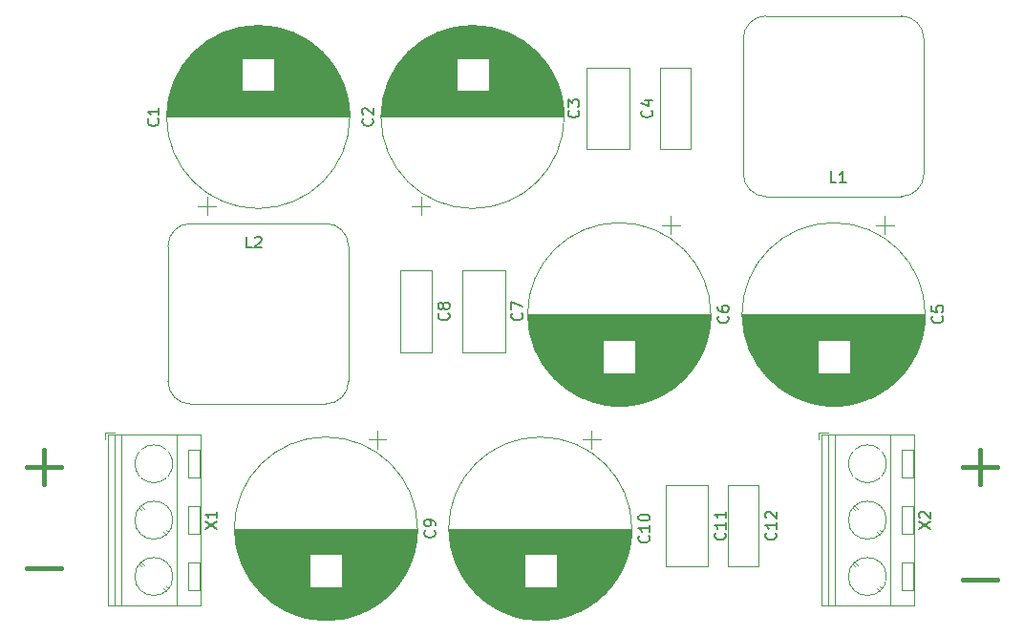
<source format=gbr>
G04 #@! TF.GenerationSoftware,KiCad,Pcbnew,(5.1.6)-1*
G04 #@! TF.CreationDate,2021-03-17T22:05:54+03:00*
G04 #@! TF.ProjectId,Power_filter,506f7765-725f-4666-996c-7465722e6b69,rev?*
G04 #@! TF.SameCoordinates,Original*
G04 #@! TF.FileFunction,Legend,Top*
G04 #@! TF.FilePolarity,Positive*
%FSLAX46Y46*%
G04 Gerber Fmt 4.6, Leading zero omitted, Abs format (unit mm)*
G04 Created by KiCad (PCBNEW (5.1.6)-1) date 2021-03-17 22:05:54*
%MOMM*%
%LPD*%
G01*
G04 APERTURE LIST*
%ADD10C,0.400000*%
%ADD11C,0.120000*%
%ADD12C,0.150000*%
G04 APERTURE END LIST*
D10*
X173476190Y-123285714D02*
X176523809Y-123285714D01*
X173476190Y-113285714D02*
X176523809Y-113285714D01*
X175000000Y-114809523D02*
X175000000Y-111761904D01*
X90476190Y-122285714D02*
X93523809Y-122285714D01*
X90476190Y-113285714D02*
X93523809Y-113285714D01*
X92000000Y-114809523D02*
X92000000Y-111761904D01*
D11*
X160650000Y-110200000D02*
X160650000Y-110800000D01*
X161490000Y-110200000D02*
X160650000Y-110200000D01*
X169050000Y-124250000D02*
X168050000Y-124250000D01*
X169050000Y-121750000D02*
X168050000Y-121750000D01*
X168050000Y-121750000D02*
X168050000Y-124250000D01*
X169050000Y-121750000D02*
X169050000Y-124250000D01*
X164177000Y-121972000D02*
X163931000Y-121726000D01*
X166275000Y-124070000D02*
X166064000Y-123859000D01*
X163925000Y-122130000D02*
X163726000Y-121931000D01*
X166069000Y-124275000D02*
X165823000Y-124029000D01*
X169050000Y-119250000D02*
X168050000Y-119250000D01*
X169050000Y-116750000D02*
X168050000Y-116750000D01*
X168050000Y-116750000D02*
X168050000Y-119250000D01*
X169050000Y-116750000D02*
X169050000Y-119250000D01*
X164177000Y-116972000D02*
X163931000Y-116726000D01*
X166275000Y-119070000D02*
X166064000Y-118859000D01*
X163925000Y-117130000D02*
X163726000Y-116931000D01*
X166069000Y-119275000D02*
X165823000Y-119029000D01*
X169050000Y-114250000D02*
X168050000Y-114250000D01*
X169050000Y-111750000D02*
X168050000Y-111750000D01*
X168050000Y-111750000D02*
X168050000Y-114250000D01*
X169050000Y-111750000D02*
X169050000Y-114250000D01*
X169110000Y-125560000D02*
X160890000Y-125560000D01*
X169110000Y-110440000D02*
X160890000Y-110440000D01*
X160890000Y-110440000D02*
X160890000Y-125560000D01*
X169110000Y-110440000D02*
X169110000Y-125560000D01*
X167050000Y-110440000D02*
X167050000Y-125560000D01*
X162150000Y-110440000D02*
X162150000Y-125560000D01*
X161550000Y-110440000D02*
X161550000Y-125560000D01*
X166680000Y-123000000D02*
G75*
G03*
X166680000Y-123000000I-1680000J0D01*
G01*
X166680000Y-118000000D02*
G75*
G03*
X166680000Y-118000000I-1680000J0D01*
G01*
X163319489Y-113028507D02*
G75*
G02*
X163713000Y-111919000I1680511J28507D01*
G01*
X163920266Y-111711937D02*
G75*
G02*
X166081000Y-111713000I1079734J-1288063D01*
G01*
X166287078Y-111920092D02*
G75*
G02*
X166287000Y-114080000I-1287078J-1079908D01*
G01*
X166079908Y-114287078D02*
G75*
G02*
X163920000Y-114287000I-1079908J1287078D01*
G01*
X163713045Y-114079883D02*
G75*
G02*
X163320000Y-113000000I1286955J1079883D01*
G01*
X97400000Y-110200000D02*
X97400000Y-110800000D01*
X98240000Y-110200000D02*
X97400000Y-110200000D01*
X105800000Y-124250000D02*
X104800000Y-124250000D01*
X105800000Y-121750000D02*
X104800000Y-121750000D01*
X104800000Y-121750000D02*
X104800000Y-124250000D01*
X105800000Y-121750000D02*
X105800000Y-124250000D01*
X100927000Y-121972000D02*
X100681000Y-121726000D01*
X103025000Y-124070000D02*
X102814000Y-123859000D01*
X100675000Y-122130000D02*
X100476000Y-121931000D01*
X102819000Y-124275000D02*
X102573000Y-124029000D01*
X105800000Y-119250000D02*
X104800000Y-119250000D01*
X105800000Y-116750000D02*
X104800000Y-116750000D01*
X104800000Y-116750000D02*
X104800000Y-119250000D01*
X105800000Y-116750000D02*
X105800000Y-119250000D01*
X100927000Y-116972000D02*
X100681000Y-116726000D01*
X103025000Y-119070000D02*
X102814000Y-118859000D01*
X100675000Y-117130000D02*
X100476000Y-116931000D01*
X102819000Y-119275000D02*
X102573000Y-119029000D01*
X105800000Y-114250000D02*
X104800000Y-114250000D01*
X105800000Y-111750000D02*
X104800000Y-111750000D01*
X104800000Y-111750000D02*
X104800000Y-114250000D01*
X105800000Y-111750000D02*
X105800000Y-114250000D01*
X105860000Y-125560000D02*
X97640000Y-125560000D01*
X105860000Y-110440000D02*
X97640000Y-110440000D01*
X97640000Y-110440000D02*
X97640000Y-125560000D01*
X105860000Y-110440000D02*
X105860000Y-125560000D01*
X103800000Y-110440000D02*
X103800000Y-125560000D01*
X98900000Y-110440000D02*
X98900000Y-125560000D01*
X98300000Y-110440000D02*
X98300000Y-125560000D01*
X103430000Y-123000000D02*
G75*
G03*
X103430000Y-123000000I-1680000J0D01*
G01*
X103430000Y-118000000D02*
G75*
G03*
X103430000Y-118000000I-1680000J0D01*
G01*
X100069489Y-113028507D02*
G75*
G02*
X100463000Y-111919000I1680511J28507D01*
G01*
X100670266Y-111711937D02*
G75*
G02*
X102831000Y-111713000I1079734J-1288063D01*
G01*
X103037078Y-111920092D02*
G75*
G02*
X103037000Y-114080000I-1287078J-1079908D01*
G01*
X102829908Y-114287078D02*
G75*
G02*
X100670000Y-114287000I-1079908J1287078D01*
G01*
X100463045Y-114079883D02*
G75*
G02*
X100070000Y-113000000I1286955J1079883D01*
G01*
X119000000Y-93700000D02*
X119000000Y-105700000D01*
X105000000Y-91700000D02*
X117000000Y-91700000D01*
X103000000Y-105700000D02*
X103000000Y-93700000D01*
X117000000Y-107700000D02*
X105000000Y-107700000D01*
X119000000Y-105700000D02*
G75*
G02*
X117000000Y-107700000I-2000000J0D01*
G01*
X105000000Y-107700000D02*
G75*
G02*
X103000000Y-105700000I0J2000000D01*
G01*
X103000000Y-93700000D02*
G75*
G02*
X105000000Y-91700000I2000000J0D01*
G01*
X117000000Y-91700000D02*
G75*
G02*
X119000000Y-93700000I0J-2000000D01*
G01*
X154000000Y-87300000D02*
X154000000Y-75300000D01*
X168000000Y-89300000D02*
X156000000Y-89300000D01*
X170000000Y-75300000D02*
X170000000Y-87300000D01*
X156000000Y-73300000D02*
X168000000Y-73300000D01*
X154000000Y-75300000D02*
G75*
G02*
X156000000Y-73300000I2000000J0D01*
G01*
X168000000Y-73300000D02*
G75*
G02*
X170000000Y-75300000I0J-2000000D01*
G01*
X170000000Y-87300000D02*
G75*
G02*
X168000000Y-89300000I-2000000J0D01*
G01*
X156000000Y-89300000D02*
G75*
G02*
X154000000Y-87300000I0J2000000D01*
G01*
X155370000Y-122120000D02*
X152630000Y-122120000D01*
X155370000Y-114880000D02*
X152630000Y-114880000D01*
X152630000Y-114880000D02*
X152630000Y-122120000D01*
X155370000Y-114880000D02*
X155370000Y-122120000D01*
X150870000Y-122120000D02*
X147130000Y-122120000D01*
X150870000Y-114880000D02*
X147130000Y-114880000D01*
X147130000Y-114880000D02*
X147130000Y-122120000D01*
X150870000Y-114880000D02*
X150870000Y-122120000D01*
X141355000Y-110860509D02*
X139755000Y-110860509D01*
X140555000Y-110060509D02*
X140555000Y-111660509D01*
X136765000Y-126831000D02*
X135235000Y-126831000D01*
X137098000Y-126791000D02*
X134902000Y-126791000D01*
X137351000Y-126751000D02*
X134649000Y-126751000D01*
X137564000Y-126711000D02*
X134436000Y-126711000D01*
X137752000Y-126671000D02*
X134248000Y-126671000D01*
X137920000Y-126631000D02*
X134080000Y-126631000D01*
X138074000Y-126591000D02*
X133926000Y-126591000D01*
X138218000Y-126551000D02*
X133782000Y-126551000D01*
X138351000Y-126511000D02*
X133649000Y-126511000D01*
X138478000Y-126471000D02*
X133522000Y-126471000D01*
X138597000Y-126431000D02*
X133403000Y-126431000D01*
X138711000Y-126391000D02*
X133289000Y-126391000D01*
X138820000Y-126351000D02*
X133180000Y-126351000D01*
X138924000Y-126311000D02*
X133076000Y-126311000D01*
X139024000Y-126271000D02*
X132976000Y-126271000D01*
X139120000Y-126231000D02*
X132880000Y-126231000D01*
X139213000Y-126191000D02*
X132787000Y-126191000D01*
X139303000Y-126151000D02*
X132697000Y-126151000D01*
X139390000Y-126111000D02*
X132610000Y-126111000D01*
X139475000Y-126071000D02*
X132525000Y-126071000D01*
X139557000Y-126031000D02*
X132443000Y-126031000D01*
X139637000Y-125991000D02*
X132363000Y-125991000D01*
X139715000Y-125951000D02*
X132285000Y-125951000D01*
X139790000Y-125911000D02*
X132210000Y-125911000D01*
X139864000Y-125871000D02*
X132136000Y-125871000D01*
X139936000Y-125831000D02*
X132064000Y-125831000D01*
X140007000Y-125791000D02*
X131993000Y-125791000D01*
X140076000Y-125751000D02*
X131924000Y-125751000D01*
X140143000Y-125711000D02*
X131857000Y-125711000D01*
X140209000Y-125671000D02*
X131791000Y-125671000D01*
X140273000Y-125631000D02*
X131727000Y-125631000D01*
X140336000Y-125591000D02*
X131664000Y-125591000D01*
X140398000Y-125551000D02*
X131602000Y-125551000D01*
X140459000Y-125511000D02*
X131541000Y-125511000D01*
X140519000Y-125471000D02*
X131481000Y-125471000D01*
X140577000Y-125431000D02*
X131423000Y-125431000D01*
X140634000Y-125391000D02*
X131366000Y-125391000D01*
X140691000Y-125351000D02*
X131309000Y-125351000D01*
X140746000Y-125311000D02*
X131254000Y-125311000D01*
X140800000Y-125271000D02*
X131200000Y-125271000D01*
X140854000Y-125231000D02*
X131146000Y-125231000D01*
X140906000Y-125191000D02*
X131094000Y-125191000D01*
X140958000Y-125151000D02*
X131042000Y-125151000D01*
X141009000Y-125111000D02*
X130991000Y-125111000D01*
X141059000Y-125071000D02*
X130941000Y-125071000D01*
X141108000Y-125031000D02*
X130892000Y-125031000D01*
X141156000Y-124991000D02*
X130844000Y-124991000D01*
X141204000Y-124951000D02*
X130796000Y-124951000D01*
X141251000Y-124911000D02*
X130749000Y-124911000D01*
X141297000Y-124871000D02*
X130703000Y-124871000D01*
X141343000Y-124831000D02*
X130657000Y-124831000D01*
X141388000Y-124791000D02*
X130612000Y-124791000D01*
X141432000Y-124751000D02*
X130568000Y-124751000D01*
X141475000Y-124711000D02*
X130525000Y-124711000D01*
X141518000Y-124671000D02*
X130482000Y-124671000D01*
X141560000Y-124631000D02*
X130440000Y-124631000D01*
X141602000Y-124591000D02*
X130398000Y-124591000D01*
X141643000Y-124551000D02*
X130357000Y-124551000D01*
X141684000Y-124511000D02*
X130316000Y-124511000D01*
X141724000Y-124471000D02*
X130276000Y-124471000D01*
X141763000Y-124431000D02*
X130237000Y-124431000D01*
X141802000Y-124391000D02*
X130198000Y-124391000D01*
X141840000Y-124351000D02*
X130160000Y-124351000D01*
X141878000Y-124311000D02*
X130122000Y-124311000D01*
X141916000Y-124271000D02*
X130084000Y-124271000D01*
X141952000Y-124231000D02*
X130048000Y-124231000D01*
X141989000Y-124191000D02*
X130011000Y-124191000D01*
X142025000Y-124151000D02*
X129975000Y-124151000D01*
X142060000Y-124111000D02*
X129940000Y-124111000D01*
X142095000Y-124071000D02*
X129905000Y-124071000D01*
X142129000Y-124031000D02*
X129871000Y-124031000D01*
X142163000Y-123991000D02*
X129837000Y-123991000D01*
X142197000Y-123951000D02*
X129803000Y-123951000D01*
X134560000Y-123911000D02*
X129770000Y-123911000D01*
X142230000Y-123911000D02*
X137440000Y-123911000D01*
X134560000Y-123871000D02*
X129737000Y-123871000D01*
X142263000Y-123871000D02*
X137440000Y-123871000D01*
X134560000Y-123831000D02*
X129705000Y-123831000D01*
X142295000Y-123831000D02*
X137440000Y-123831000D01*
X134560000Y-123791000D02*
X129673000Y-123791000D01*
X142327000Y-123791000D02*
X137440000Y-123791000D01*
X134560000Y-123751000D02*
X129642000Y-123751000D01*
X142358000Y-123751000D02*
X137440000Y-123751000D01*
X134560000Y-123711000D02*
X129610000Y-123711000D01*
X142390000Y-123711000D02*
X137440000Y-123711000D01*
X134560000Y-123671000D02*
X129580000Y-123671000D01*
X142420000Y-123671000D02*
X137440000Y-123671000D01*
X134560000Y-123631000D02*
X129550000Y-123631000D01*
X142450000Y-123631000D02*
X137440000Y-123631000D01*
X134560000Y-123591000D02*
X129520000Y-123591000D01*
X142480000Y-123591000D02*
X137440000Y-123591000D01*
X134560000Y-123551000D02*
X129490000Y-123551000D01*
X142510000Y-123551000D02*
X137440000Y-123551000D01*
X134560000Y-123511000D02*
X129461000Y-123511000D01*
X142539000Y-123511000D02*
X137440000Y-123511000D01*
X134560000Y-123471000D02*
X129432000Y-123471000D01*
X142568000Y-123471000D02*
X137440000Y-123471000D01*
X134560000Y-123431000D02*
X129404000Y-123431000D01*
X142596000Y-123431000D02*
X137440000Y-123431000D01*
X134560000Y-123391000D02*
X129376000Y-123391000D01*
X142624000Y-123391000D02*
X137440000Y-123391000D01*
X134560000Y-123351000D02*
X129348000Y-123351000D01*
X142652000Y-123351000D02*
X137440000Y-123351000D01*
X134560000Y-123311000D02*
X129321000Y-123311000D01*
X142679000Y-123311000D02*
X137440000Y-123311000D01*
X134560000Y-123271000D02*
X129294000Y-123271000D01*
X142706000Y-123271000D02*
X137440000Y-123271000D01*
X134560000Y-123231000D02*
X129267000Y-123231000D01*
X142733000Y-123231000D02*
X137440000Y-123231000D01*
X134560000Y-123191000D02*
X129241000Y-123191000D01*
X142759000Y-123191000D02*
X137440000Y-123191000D01*
X134560000Y-123151000D02*
X129215000Y-123151000D01*
X142785000Y-123151000D02*
X137440000Y-123151000D01*
X134560000Y-123111000D02*
X129189000Y-123111000D01*
X142811000Y-123111000D02*
X137440000Y-123111000D01*
X134560000Y-123071000D02*
X129164000Y-123071000D01*
X142836000Y-123071000D02*
X137440000Y-123071000D01*
X134560000Y-123031000D02*
X129139000Y-123031000D01*
X142861000Y-123031000D02*
X137440000Y-123031000D01*
X134560000Y-122991000D02*
X129114000Y-122991000D01*
X142886000Y-122991000D02*
X137440000Y-122991000D01*
X134560000Y-122951000D02*
X129090000Y-122951000D01*
X142910000Y-122951000D02*
X137440000Y-122951000D01*
X134560000Y-122911000D02*
X129066000Y-122911000D01*
X142934000Y-122911000D02*
X137440000Y-122911000D01*
X134560000Y-122871000D02*
X129042000Y-122871000D01*
X142958000Y-122871000D02*
X137440000Y-122871000D01*
X134560000Y-122831000D02*
X129019000Y-122831000D01*
X142981000Y-122831000D02*
X137440000Y-122831000D01*
X134560000Y-122791000D02*
X128996000Y-122791000D01*
X143004000Y-122791000D02*
X137440000Y-122791000D01*
X134560000Y-122751000D02*
X128973000Y-122751000D01*
X143027000Y-122751000D02*
X137440000Y-122751000D01*
X134560000Y-122711000D02*
X128951000Y-122711000D01*
X143049000Y-122711000D02*
X137440000Y-122711000D01*
X134560000Y-122671000D02*
X128928000Y-122671000D01*
X143072000Y-122671000D02*
X137440000Y-122671000D01*
X134560000Y-122631000D02*
X128906000Y-122631000D01*
X143094000Y-122631000D02*
X137440000Y-122631000D01*
X134560000Y-122591000D02*
X128885000Y-122591000D01*
X143115000Y-122591000D02*
X137440000Y-122591000D01*
X134560000Y-122551000D02*
X128864000Y-122551000D01*
X143136000Y-122551000D02*
X137440000Y-122551000D01*
X134560000Y-122511000D02*
X128843000Y-122511000D01*
X143157000Y-122511000D02*
X137440000Y-122511000D01*
X134560000Y-122471000D02*
X128822000Y-122471000D01*
X143178000Y-122471000D02*
X137440000Y-122471000D01*
X134560000Y-122431000D02*
X128801000Y-122431000D01*
X143199000Y-122431000D02*
X137440000Y-122431000D01*
X134560000Y-122391000D02*
X128781000Y-122391000D01*
X143219000Y-122391000D02*
X137440000Y-122391000D01*
X134560000Y-122351000D02*
X128761000Y-122351000D01*
X143239000Y-122351000D02*
X137440000Y-122351000D01*
X134560000Y-122311000D02*
X128742000Y-122311000D01*
X143258000Y-122311000D02*
X137440000Y-122311000D01*
X134560000Y-122271000D02*
X128722000Y-122271000D01*
X143278000Y-122271000D02*
X137440000Y-122271000D01*
X134560000Y-122231000D02*
X128703000Y-122231000D01*
X143297000Y-122231000D02*
X137440000Y-122231000D01*
X134560000Y-122191000D02*
X128684000Y-122191000D01*
X143316000Y-122191000D02*
X137440000Y-122191000D01*
X134560000Y-122151000D02*
X128666000Y-122151000D01*
X143334000Y-122151000D02*
X137440000Y-122151000D01*
X134560000Y-122111000D02*
X128647000Y-122111000D01*
X143353000Y-122111000D02*
X137440000Y-122111000D01*
X134560000Y-122071000D02*
X128629000Y-122071000D01*
X143371000Y-122071000D02*
X137440000Y-122071000D01*
X134560000Y-122031000D02*
X128611000Y-122031000D01*
X143389000Y-122031000D02*
X137440000Y-122031000D01*
X134560000Y-121991000D02*
X128594000Y-121991000D01*
X143406000Y-121991000D02*
X137440000Y-121991000D01*
X134560000Y-121951000D02*
X128577000Y-121951000D01*
X143423000Y-121951000D02*
X137440000Y-121951000D01*
X134560000Y-121911000D02*
X128560000Y-121911000D01*
X143440000Y-121911000D02*
X137440000Y-121911000D01*
X134560000Y-121871000D02*
X128543000Y-121871000D01*
X143457000Y-121871000D02*
X137440000Y-121871000D01*
X134560000Y-121831000D02*
X128526000Y-121831000D01*
X143474000Y-121831000D02*
X137440000Y-121831000D01*
X134560000Y-121791000D02*
X128510000Y-121791000D01*
X143490000Y-121791000D02*
X137440000Y-121791000D01*
X134560000Y-121751000D02*
X128494000Y-121751000D01*
X143506000Y-121751000D02*
X137440000Y-121751000D01*
X134560000Y-121711000D02*
X128478000Y-121711000D01*
X143522000Y-121711000D02*
X137440000Y-121711000D01*
X134560000Y-121671000D02*
X128463000Y-121671000D01*
X143537000Y-121671000D02*
X137440000Y-121671000D01*
X134560000Y-121631000D02*
X128447000Y-121631000D01*
X143553000Y-121631000D02*
X137440000Y-121631000D01*
X134560000Y-121591000D02*
X128432000Y-121591000D01*
X143568000Y-121591000D02*
X137440000Y-121591000D01*
X134560000Y-121551000D02*
X128418000Y-121551000D01*
X143582000Y-121551000D02*
X137440000Y-121551000D01*
X134560000Y-121511000D02*
X128403000Y-121511000D01*
X143597000Y-121511000D02*
X137440000Y-121511000D01*
X134560000Y-121471000D02*
X128389000Y-121471000D01*
X143611000Y-121471000D02*
X137440000Y-121471000D01*
X134560000Y-121431000D02*
X128375000Y-121431000D01*
X143625000Y-121431000D02*
X137440000Y-121431000D01*
X134560000Y-121391000D02*
X128361000Y-121391000D01*
X143639000Y-121391000D02*
X137440000Y-121391000D01*
X134560000Y-121351000D02*
X128347000Y-121351000D01*
X143653000Y-121351000D02*
X137440000Y-121351000D01*
X134560000Y-121311000D02*
X128334000Y-121311000D01*
X143666000Y-121311000D02*
X137440000Y-121311000D01*
X134560000Y-121271000D02*
X128320000Y-121271000D01*
X143680000Y-121271000D02*
X137440000Y-121271000D01*
X134560000Y-121231000D02*
X128307000Y-121231000D01*
X143693000Y-121231000D02*
X137440000Y-121231000D01*
X134560000Y-121191000D02*
X128295000Y-121191000D01*
X143705000Y-121191000D02*
X137440000Y-121191000D01*
X134560000Y-121151000D02*
X128282000Y-121151000D01*
X143718000Y-121151000D02*
X137440000Y-121151000D01*
X134560000Y-121111000D02*
X128270000Y-121111000D01*
X143730000Y-121111000D02*
X137440000Y-121111000D01*
X134560000Y-121071000D02*
X128258000Y-121071000D01*
X143742000Y-121071000D02*
X137440000Y-121071000D01*
X143754000Y-121031000D02*
X128246000Y-121031000D01*
X143765000Y-120991000D02*
X128235000Y-120991000D01*
X143777000Y-120951000D02*
X128223000Y-120951000D01*
X143788000Y-120911000D02*
X128212000Y-120911000D01*
X143799000Y-120871000D02*
X128201000Y-120871000D01*
X143810000Y-120831000D02*
X128190000Y-120831000D01*
X143820000Y-120791000D02*
X128180000Y-120791000D01*
X143830000Y-120751000D02*
X128170000Y-120751000D01*
X143840000Y-120711000D02*
X128160000Y-120711000D01*
X143850000Y-120671000D02*
X128150000Y-120671000D01*
X143860000Y-120631000D02*
X128140000Y-120631000D01*
X143869000Y-120591000D02*
X128131000Y-120591000D01*
X143878000Y-120551000D02*
X128122000Y-120551000D01*
X143887000Y-120511000D02*
X128113000Y-120511000D01*
X143896000Y-120471000D02*
X128104000Y-120471000D01*
X143905000Y-120431000D02*
X128095000Y-120431000D01*
X143913000Y-120391000D02*
X128087000Y-120391000D01*
X143921000Y-120351000D02*
X128079000Y-120351000D01*
X143929000Y-120311000D02*
X128071000Y-120311000D01*
X143937000Y-120271000D02*
X128063000Y-120271000D01*
X143944000Y-120231000D02*
X128056000Y-120231000D01*
X143952000Y-120191000D02*
X128048000Y-120191000D01*
X143959000Y-120151000D02*
X128041000Y-120151000D01*
X143966000Y-120111000D02*
X128034000Y-120111000D01*
X143972000Y-120071000D02*
X128028000Y-120071000D01*
X143979000Y-120031000D02*
X128021000Y-120031000D01*
X143985000Y-119991000D02*
X128015000Y-119991000D01*
X143991000Y-119951000D02*
X128009000Y-119951000D01*
X143997000Y-119911000D02*
X128003000Y-119911000D01*
X144003000Y-119871000D02*
X127997000Y-119871000D01*
X144008000Y-119831000D02*
X127992000Y-119831000D01*
X144014000Y-119791000D02*
X127986000Y-119791000D01*
X144019000Y-119751000D02*
X127981000Y-119751000D01*
X144024000Y-119711000D02*
X127976000Y-119711000D01*
X144028000Y-119671000D02*
X127972000Y-119671000D01*
X144033000Y-119631000D02*
X127967000Y-119631000D01*
X144037000Y-119591000D02*
X127963000Y-119591000D01*
X144041000Y-119551000D02*
X127959000Y-119551000D01*
X144045000Y-119511000D02*
X127955000Y-119511000D01*
X144049000Y-119471000D02*
X127951000Y-119471000D01*
X144052000Y-119430000D02*
X127948000Y-119430000D01*
X144055000Y-119390000D02*
X127945000Y-119390000D01*
X144058000Y-119350000D02*
X127942000Y-119350000D01*
X144061000Y-119310000D02*
X127939000Y-119310000D01*
X144064000Y-119270000D02*
X127936000Y-119270000D01*
X144066000Y-119230000D02*
X127934000Y-119230000D01*
X144069000Y-119190000D02*
X127931000Y-119190000D01*
X144071000Y-119150000D02*
X127929000Y-119150000D01*
X144073000Y-119110000D02*
X127927000Y-119110000D01*
X144074000Y-119070000D02*
X127926000Y-119070000D01*
X144076000Y-119030000D02*
X127924000Y-119030000D01*
X144077000Y-118990000D02*
X127923000Y-118990000D01*
X144078000Y-118950000D02*
X127922000Y-118950000D01*
X144079000Y-118910000D02*
X127921000Y-118910000D01*
X144080000Y-118870000D02*
X127920000Y-118870000D01*
X144080000Y-118830000D02*
X127920000Y-118830000D01*
X144080000Y-118790000D02*
X127920000Y-118790000D01*
X144081000Y-118750000D02*
X127919000Y-118750000D01*
X144120000Y-118750000D02*
G75*
G03*
X144120000Y-118750000I-8120000J0D01*
G01*
X122355000Y-110860509D02*
X120755000Y-110860509D01*
X121555000Y-110060509D02*
X121555000Y-111660509D01*
X117765000Y-126831000D02*
X116235000Y-126831000D01*
X118098000Y-126791000D02*
X115902000Y-126791000D01*
X118351000Y-126751000D02*
X115649000Y-126751000D01*
X118564000Y-126711000D02*
X115436000Y-126711000D01*
X118752000Y-126671000D02*
X115248000Y-126671000D01*
X118920000Y-126631000D02*
X115080000Y-126631000D01*
X119074000Y-126591000D02*
X114926000Y-126591000D01*
X119218000Y-126551000D02*
X114782000Y-126551000D01*
X119351000Y-126511000D02*
X114649000Y-126511000D01*
X119478000Y-126471000D02*
X114522000Y-126471000D01*
X119597000Y-126431000D02*
X114403000Y-126431000D01*
X119711000Y-126391000D02*
X114289000Y-126391000D01*
X119820000Y-126351000D02*
X114180000Y-126351000D01*
X119924000Y-126311000D02*
X114076000Y-126311000D01*
X120024000Y-126271000D02*
X113976000Y-126271000D01*
X120120000Y-126231000D02*
X113880000Y-126231000D01*
X120213000Y-126191000D02*
X113787000Y-126191000D01*
X120303000Y-126151000D02*
X113697000Y-126151000D01*
X120390000Y-126111000D02*
X113610000Y-126111000D01*
X120475000Y-126071000D02*
X113525000Y-126071000D01*
X120557000Y-126031000D02*
X113443000Y-126031000D01*
X120637000Y-125991000D02*
X113363000Y-125991000D01*
X120715000Y-125951000D02*
X113285000Y-125951000D01*
X120790000Y-125911000D02*
X113210000Y-125911000D01*
X120864000Y-125871000D02*
X113136000Y-125871000D01*
X120936000Y-125831000D02*
X113064000Y-125831000D01*
X121007000Y-125791000D02*
X112993000Y-125791000D01*
X121076000Y-125751000D02*
X112924000Y-125751000D01*
X121143000Y-125711000D02*
X112857000Y-125711000D01*
X121209000Y-125671000D02*
X112791000Y-125671000D01*
X121273000Y-125631000D02*
X112727000Y-125631000D01*
X121336000Y-125591000D02*
X112664000Y-125591000D01*
X121398000Y-125551000D02*
X112602000Y-125551000D01*
X121459000Y-125511000D02*
X112541000Y-125511000D01*
X121519000Y-125471000D02*
X112481000Y-125471000D01*
X121577000Y-125431000D02*
X112423000Y-125431000D01*
X121634000Y-125391000D02*
X112366000Y-125391000D01*
X121691000Y-125351000D02*
X112309000Y-125351000D01*
X121746000Y-125311000D02*
X112254000Y-125311000D01*
X121800000Y-125271000D02*
X112200000Y-125271000D01*
X121854000Y-125231000D02*
X112146000Y-125231000D01*
X121906000Y-125191000D02*
X112094000Y-125191000D01*
X121958000Y-125151000D02*
X112042000Y-125151000D01*
X122009000Y-125111000D02*
X111991000Y-125111000D01*
X122059000Y-125071000D02*
X111941000Y-125071000D01*
X122108000Y-125031000D02*
X111892000Y-125031000D01*
X122156000Y-124991000D02*
X111844000Y-124991000D01*
X122204000Y-124951000D02*
X111796000Y-124951000D01*
X122251000Y-124911000D02*
X111749000Y-124911000D01*
X122297000Y-124871000D02*
X111703000Y-124871000D01*
X122343000Y-124831000D02*
X111657000Y-124831000D01*
X122388000Y-124791000D02*
X111612000Y-124791000D01*
X122432000Y-124751000D02*
X111568000Y-124751000D01*
X122475000Y-124711000D02*
X111525000Y-124711000D01*
X122518000Y-124671000D02*
X111482000Y-124671000D01*
X122560000Y-124631000D02*
X111440000Y-124631000D01*
X122602000Y-124591000D02*
X111398000Y-124591000D01*
X122643000Y-124551000D02*
X111357000Y-124551000D01*
X122684000Y-124511000D02*
X111316000Y-124511000D01*
X122724000Y-124471000D02*
X111276000Y-124471000D01*
X122763000Y-124431000D02*
X111237000Y-124431000D01*
X122802000Y-124391000D02*
X111198000Y-124391000D01*
X122840000Y-124351000D02*
X111160000Y-124351000D01*
X122878000Y-124311000D02*
X111122000Y-124311000D01*
X122916000Y-124271000D02*
X111084000Y-124271000D01*
X122952000Y-124231000D02*
X111048000Y-124231000D01*
X122989000Y-124191000D02*
X111011000Y-124191000D01*
X123025000Y-124151000D02*
X110975000Y-124151000D01*
X123060000Y-124111000D02*
X110940000Y-124111000D01*
X123095000Y-124071000D02*
X110905000Y-124071000D01*
X123129000Y-124031000D02*
X110871000Y-124031000D01*
X123163000Y-123991000D02*
X110837000Y-123991000D01*
X123197000Y-123951000D02*
X110803000Y-123951000D01*
X115560000Y-123911000D02*
X110770000Y-123911000D01*
X123230000Y-123911000D02*
X118440000Y-123911000D01*
X115560000Y-123871000D02*
X110737000Y-123871000D01*
X123263000Y-123871000D02*
X118440000Y-123871000D01*
X115560000Y-123831000D02*
X110705000Y-123831000D01*
X123295000Y-123831000D02*
X118440000Y-123831000D01*
X115560000Y-123791000D02*
X110673000Y-123791000D01*
X123327000Y-123791000D02*
X118440000Y-123791000D01*
X115560000Y-123751000D02*
X110642000Y-123751000D01*
X123358000Y-123751000D02*
X118440000Y-123751000D01*
X115560000Y-123711000D02*
X110610000Y-123711000D01*
X123390000Y-123711000D02*
X118440000Y-123711000D01*
X115560000Y-123671000D02*
X110580000Y-123671000D01*
X123420000Y-123671000D02*
X118440000Y-123671000D01*
X115560000Y-123631000D02*
X110550000Y-123631000D01*
X123450000Y-123631000D02*
X118440000Y-123631000D01*
X115560000Y-123591000D02*
X110520000Y-123591000D01*
X123480000Y-123591000D02*
X118440000Y-123591000D01*
X115560000Y-123551000D02*
X110490000Y-123551000D01*
X123510000Y-123551000D02*
X118440000Y-123551000D01*
X115560000Y-123511000D02*
X110461000Y-123511000D01*
X123539000Y-123511000D02*
X118440000Y-123511000D01*
X115560000Y-123471000D02*
X110432000Y-123471000D01*
X123568000Y-123471000D02*
X118440000Y-123471000D01*
X115560000Y-123431000D02*
X110404000Y-123431000D01*
X123596000Y-123431000D02*
X118440000Y-123431000D01*
X115560000Y-123391000D02*
X110376000Y-123391000D01*
X123624000Y-123391000D02*
X118440000Y-123391000D01*
X115560000Y-123351000D02*
X110348000Y-123351000D01*
X123652000Y-123351000D02*
X118440000Y-123351000D01*
X115560000Y-123311000D02*
X110321000Y-123311000D01*
X123679000Y-123311000D02*
X118440000Y-123311000D01*
X115560000Y-123271000D02*
X110294000Y-123271000D01*
X123706000Y-123271000D02*
X118440000Y-123271000D01*
X115560000Y-123231000D02*
X110267000Y-123231000D01*
X123733000Y-123231000D02*
X118440000Y-123231000D01*
X115560000Y-123191000D02*
X110241000Y-123191000D01*
X123759000Y-123191000D02*
X118440000Y-123191000D01*
X115560000Y-123151000D02*
X110215000Y-123151000D01*
X123785000Y-123151000D02*
X118440000Y-123151000D01*
X115560000Y-123111000D02*
X110189000Y-123111000D01*
X123811000Y-123111000D02*
X118440000Y-123111000D01*
X115560000Y-123071000D02*
X110164000Y-123071000D01*
X123836000Y-123071000D02*
X118440000Y-123071000D01*
X115560000Y-123031000D02*
X110139000Y-123031000D01*
X123861000Y-123031000D02*
X118440000Y-123031000D01*
X115560000Y-122991000D02*
X110114000Y-122991000D01*
X123886000Y-122991000D02*
X118440000Y-122991000D01*
X115560000Y-122951000D02*
X110090000Y-122951000D01*
X123910000Y-122951000D02*
X118440000Y-122951000D01*
X115560000Y-122911000D02*
X110066000Y-122911000D01*
X123934000Y-122911000D02*
X118440000Y-122911000D01*
X115560000Y-122871000D02*
X110042000Y-122871000D01*
X123958000Y-122871000D02*
X118440000Y-122871000D01*
X115560000Y-122831000D02*
X110019000Y-122831000D01*
X123981000Y-122831000D02*
X118440000Y-122831000D01*
X115560000Y-122791000D02*
X109996000Y-122791000D01*
X124004000Y-122791000D02*
X118440000Y-122791000D01*
X115560000Y-122751000D02*
X109973000Y-122751000D01*
X124027000Y-122751000D02*
X118440000Y-122751000D01*
X115560000Y-122711000D02*
X109951000Y-122711000D01*
X124049000Y-122711000D02*
X118440000Y-122711000D01*
X115560000Y-122671000D02*
X109928000Y-122671000D01*
X124072000Y-122671000D02*
X118440000Y-122671000D01*
X115560000Y-122631000D02*
X109906000Y-122631000D01*
X124094000Y-122631000D02*
X118440000Y-122631000D01*
X115560000Y-122591000D02*
X109885000Y-122591000D01*
X124115000Y-122591000D02*
X118440000Y-122591000D01*
X115560000Y-122551000D02*
X109864000Y-122551000D01*
X124136000Y-122551000D02*
X118440000Y-122551000D01*
X115560000Y-122511000D02*
X109843000Y-122511000D01*
X124157000Y-122511000D02*
X118440000Y-122511000D01*
X115560000Y-122471000D02*
X109822000Y-122471000D01*
X124178000Y-122471000D02*
X118440000Y-122471000D01*
X115560000Y-122431000D02*
X109801000Y-122431000D01*
X124199000Y-122431000D02*
X118440000Y-122431000D01*
X115560000Y-122391000D02*
X109781000Y-122391000D01*
X124219000Y-122391000D02*
X118440000Y-122391000D01*
X115560000Y-122351000D02*
X109761000Y-122351000D01*
X124239000Y-122351000D02*
X118440000Y-122351000D01*
X115560000Y-122311000D02*
X109742000Y-122311000D01*
X124258000Y-122311000D02*
X118440000Y-122311000D01*
X115560000Y-122271000D02*
X109722000Y-122271000D01*
X124278000Y-122271000D02*
X118440000Y-122271000D01*
X115560000Y-122231000D02*
X109703000Y-122231000D01*
X124297000Y-122231000D02*
X118440000Y-122231000D01*
X115560000Y-122191000D02*
X109684000Y-122191000D01*
X124316000Y-122191000D02*
X118440000Y-122191000D01*
X115560000Y-122151000D02*
X109666000Y-122151000D01*
X124334000Y-122151000D02*
X118440000Y-122151000D01*
X115560000Y-122111000D02*
X109647000Y-122111000D01*
X124353000Y-122111000D02*
X118440000Y-122111000D01*
X115560000Y-122071000D02*
X109629000Y-122071000D01*
X124371000Y-122071000D02*
X118440000Y-122071000D01*
X115560000Y-122031000D02*
X109611000Y-122031000D01*
X124389000Y-122031000D02*
X118440000Y-122031000D01*
X115560000Y-121991000D02*
X109594000Y-121991000D01*
X124406000Y-121991000D02*
X118440000Y-121991000D01*
X115560000Y-121951000D02*
X109577000Y-121951000D01*
X124423000Y-121951000D02*
X118440000Y-121951000D01*
X115560000Y-121911000D02*
X109560000Y-121911000D01*
X124440000Y-121911000D02*
X118440000Y-121911000D01*
X115560000Y-121871000D02*
X109543000Y-121871000D01*
X124457000Y-121871000D02*
X118440000Y-121871000D01*
X115560000Y-121831000D02*
X109526000Y-121831000D01*
X124474000Y-121831000D02*
X118440000Y-121831000D01*
X115560000Y-121791000D02*
X109510000Y-121791000D01*
X124490000Y-121791000D02*
X118440000Y-121791000D01*
X115560000Y-121751000D02*
X109494000Y-121751000D01*
X124506000Y-121751000D02*
X118440000Y-121751000D01*
X115560000Y-121711000D02*
X109478000Y-121711000D01*
X124522000Y-121711000D02*
X118440000Y-121711000D01*
X115560000Y-121671000D02*
X109463000Y-121671000D01*
X124537000Y-121671000D02*
X118440000Y-121671000D01*
X115560000Y-121631000D02*
X109447000Y-121631000D01*
X124553000Y-121631000D02*
X118440000Y-121631000D01*
X115560000Y-121591000D02*
X109432000Y-121591000D01*
X124568000Y-121591000D02*
X118440000Y-121591000D01*
X115560000Y-121551000D02*
X109418000Y-121551000D01*
X124582000Y-121551000D02*
X118440000Y-121551000D01*
X115560000Y-121511000D02*
X109403000Y-121511000D01*
X124597000Y-121511000D02*
X118440000Y-121511000D01*
X115560000Y-121471000D02*
X109389000Y-121471000D01*
X124611000Y-121471000D02*
X118440000Y-121471000D01*
X115560000Y-121431000D02*
X109375000Y-121431000D01*
X124625000Y-121431000D02*
X118440000Y-121431000D01*
X115560000Y-121391000D02*
X109361000Y-121391000D01*
X124639000Y-121391000D02*
X118440000Y-121391000D01*
X115560000Y-121351000D02*
X109347000Y-121351000D01*
X124653000Y-121351000D02*
X118440000Y-121351000D01*
X115560000Y-121311000D02*
X109334000Y-121311000D01*
X124666000Y-121311000D02*
X118440000Y-121311000D01*
X115560000Y-121271000D02*
X109320000Y-121271000D01*
X124680000Y-121271000D02*
X118440000Y-121271000D01*
X115560000Y-121231000D02*
X109307000Y-121231000D01*
X124693000Y-121231000D02*
X118440000Y-121231000D01*
X115560000Y-121191000D02*
X109295000Y-121191000D01*
X124705000Y-121191000D02*
X118440000Y-121191000D01*
X115560000Y-121151000D02*
X109282000Y-121151000D01*
X124718000Y-121151000D02*
X118440000Y-121151000D01*
X115560000Y-121111000D02*
X109270000Y-121111000D01*
X124730000Y-121111000D02*
X118440000Y-121111000D01*
X115560000Y-121071000D02*
X109258000Y-121071000D01*
X124742000Y-121071000D02*
X118440000Y-121071000D01*
X124754000Y-121031000D02*
X109246000Y-121031000D01*
X124765000Y-120991000D02*
X109235000Y-120991000D01*
X124777000Y-120951000D02*
X109223000Y-120951000D01*
X124788000Y-120911000D02*
X109212000Y-120911000D01*
X124799000Y-120871000D02*
X109201000Y-120871000D01*
X124810000Y-120831000D02*
X109190000Y-120831000D01*
X124820000Y-120791000D02*
X109180000Y-120791000D01*
X124830000Y-120751000D02*
X109170000Y-120751000D01*
X124840000Y-120711000D02*
X109160000Y-120711000D01*
X124850000Y-120671000D02*
X109150000Y-120671000D01*
X124860000Y-120631000D02*
X109140000Y-120631000D01*
X124869000Y-120591000D02*
X109131000Y-120591000D01*
X124878000Y-120551000D02*
X109122000Y-120551000D01*
X124887000Y-120511000D02*
X109113000Y-120511000D01*
X124896000Y-120471000D02*
X109104000Y-120471000D01*
X124905000Y-120431000D02*
X109095000Y-120431000D01*
X124913000Y-120391000D02*
X109087000Y-120391000D01*
X124921000Y-120351000D02*
X109079000Y-120351000D01*
X124929000Y-120311000D02*
X109071000Y-120311000D01*
X124937000Y-120271000D02*
X109063000Y-120271000D01*
X124944000Y-120231000D02*
X109056000Y-120231000D01*
X124952000Y-120191000D02*
X109048000Y-120191000D01*
X124959000Y-120151000D02*
X109041000Y-120151000D01*
X124966000Y-120111000D02*
X109034000Y-120111000D01*
X124972000Y-120071000D02*
X109028000Y-120071000D01*
X124979000Y-120031000D02*
X109021000Y-120031000D01*
X124985000Y-119991000D02*
X109015000Y-119991000D01*
X124991000Y-119951000D02*
X109009000Y-119951000D01*
X124997000Y-119911000D02*
X109003000Y-119911000D01*
X125003000Y-119871000D02*
X108997000Y-119871000D01*
X125008000Y-119831000D02*
X108992000Y-119831000D01*
X125014000Y-119791000D02*
X108986000Y-119791000D01*
X125019000Y-119751000D02*
X108981000Y-119751000D01*
X125024000Y-119711000D02*
X108976000Y-119711000D01*
X125028000Y-119671000D02*
X108972000Y-119671000D01*
X125033000Y-119631000D02*
X108967000Y-119631000D01*
X125037000Y-119591000D02*
X108963000Y-119591000D01*
X125041000Y-119551000D02*
X108959000Y-119551000D01*
X125045000Y-119511000D02*
X108955000Y-119511000D01*
X125049000Y-119471000D02*
X108951000Y-119471000D01*
X125052000Y-119430000D02*
X108948000Y-119430000D01*
X125055000Y-119390000D02*
X108945000Y-119390000D01*
X125058000Y-119350000D02*
X108942000Y-119350000D01*
X125061000Y-119310000D02*
X108939000Y-119310000D01*
X125064000Y-119270000D02*
X108936000Y-119270000D01*
X125066000Y-119230000D02*
X108934000Y-119230000D01*
X125069000Y-119190000D02*
X108931000Y-119190000D01*
X125071000Y-119150000D02*
X108929000Y-119150000D01*
X125073000Y-119110000D02*
X108927000Y-119110000D01*
X125074000Y-119070000D02*
X108926000Y-119070000D01*
X125076000Y-119030000D02*
X108924000Y-119030000D01*
X125077000Y-118990000D02*
X108923000Y-118990000D01*
X125078000Y-118950000D02*
X108922000Y-118950000D01*
X125079000Y-118910000D02*
X108921000Y-118910000D01*
X125080000Y-118870000D02*
X108920000Y-118870000D01*
X125080000Y-118830000D02*
X108920000Y-118830000D01*
X125080000Y-118790000D02*
X108920000Y-118790000D01*
X125081000Y-118750000D02*
X108919000Y-118750000D01*
X125120000Y-118750000D02*
G75*
G03*
X125120000Y-118750000I-8120000J0D01*
G01*
X126370000Y-103120000D02*
X123630000Y-103120000D01*
X126370000Y-95880000D02*
X123630000Y-95880000D01*
X123630000Y-95880000D02*
X123630000Y-103120000D01*
X126370000Y-95880000D02*
X126370000Y-103120000D01*
X132870000Y-103120000D02*
X129130000Y-103120000D01*
X132870000Y-95880000D02*
X129130000Y-95880000D01*
X129130000Y-95880000D02*
X129130000Y-103120000D01*
X132870000Y-95880000D02*
X132870000Y-103120000D01*
X148355000Y-91860509D02*
X146755000Y-91860509D01*
X147555000Y-91060509D02*
X147555000Y-92660509D01*
X143765000Y-107831000D02*
X142235000Y-107831000D01*
X144098000Y-107791000D02*
X141902000Y-107791000D01*
X144351000Y-107751000D02*
X141649000Y-107751000D01*
X144564000Y-107711000D02*
X141436000Y-107711000D01*
X144752000Y-107671000D02*
X141248000Y-107671000D01*
X144920000Y-107631000D02*
X141080000Y-107631000D01*
X145074000Y-107591000D02*
X140926000Y-107591000D01*
X145218000Y-107551000D02*
X140782000Y-107551000D01*
X145351000Y-107511000D02*
X140649000Y-107511000D01*
X145478000Y-107471000D02*
X140522000Y-107471000D01*
X145597000Y-107431000D02*
X140403000Y-107431000D01*
X145711000Y-107391000D02*
X140289000Y-107391000D01*
X145820000Y-107351000D02*
X140180000Y-107351000D01*
X145924000Y-107311000D02*
X140076000Y-107311000D01*
X146024000Y-107271000D02*
X139976000Y-107271000D01*
X146120000Y-107231000D02*
X139880000Y-107231000D01*
X146213000Y-107191000D02*
X139787000Y-107191000D01*
X146303000Y-107151000D02*
X139697000Y-107151000D01*
X146390000Y-107111000D02*
X139610000Y-107111000D01*
X146475000Y-107071000D02*
X139525000Y-107071000D01*
X146557000Y-107031000D02*
X139443000Y-107031000D01*
X146637000Y-106991000D02*
X139363000Y-106991000D01*
X146715000Y-106951000D02*
X139285000Y-106951000D01*
X146790000Y-106911000D02*
X139210000Y-106911000D01*
X146864000Y-106871000D02*
X139136000Y-106871000D01*
X146936000Y-106831000D02*
X139064000Y-106831000D01*
X147007000Y-106791000D02*
X138993000Y-106791000D01*
X147076000Y-106751000D02*
X138924000Y-106751000D01*
X147143000Y-106711000D02*
X138857000Y-106711000D01*
X147209000Y-106671000D02*
X138791000Y-106671000D01*
X147273000Y-106631000D02*
X138727000Y-106631000D01*
X147336000Y-106591000D02*
X138664000Y-106591000D01*
X147398000Y-106551000D02*
X138602000Y-106551000D01*
X147459000Y-106511000D02*
X138541000Y-106511000D01*
X147519000Y-106471000D02*
X138481000Y-106471000D01*
X147577000Y-106431000D02*
X138423000Y-106431000D01*
X147634000Y-106391000D02*
X138366000Y-106391000D01*
X147691000Y-106351000D02*
X138309000Y-106351000D01*
X147746000Y-106311000D02*
X138254000Y-106311000D01*
X147800000Y-106271000D02*
X138200000Y-106271000D01*
X147854000Y-106231000D02*
X138146000Y-106231000D01*
X147906000Y-106191000D02*
X138094000Y-106191000D01*
X147958000Y-106151000D02*
X138042000Y-106151000D01*
X148009000Y-106111000D02*
X137991000Y-106111000D01*
X148059000Y-106071000D02*
X137941000Y-106071000D01*
X148108000Y-106031000D02*
X137892000Y-106031000D01*
X148156000Y-105991000D02*
X137844000Y-105991000D01*
X148204000Y-105951000D02*
X137796000Y-105951000D01*
X148251000Y-105911000D02*
X137749000Y-105911000D01*
X148297000Y-105871000D02*
X137703000Y-105871000D01*
X148343000Y-105831000D02*
X137657000Y-105831000D01*
X148388000Y-105791000D02*
X137612000Y-105791000D01*
X148432000Y-105751000D02*
X137568000Y-105751000D01*
X148475000Y-105711000D02*
X137525000Y-105711000D01*
X148518000Y-105671000D02*
X137482000Y-105671000D01*
X148560000Y-105631000D02*
X137440000Y-105631000D01*
X148602000Y-105591000D02*
X137398000Y-105591000D01*
X148643000Y-105551000D02*
X137357000Y-105551000D01*
X148684000Y-105511000D02*
X137316000Y-105511000D01*
X148724000Y-105471000D02*
X137276000Y-105471000D01*
X148763000Y-105431000D02*
X137237000Y-105431000D01*
X148802000Y-105391000D02*
X137198000Y-105391000D01*
X148840000Y-105351000D02*
X137160000Y-105351000D01*
X148878000Y-105311000D02*
X137122000Y-105311000D01*
X148916000Y-105271000D02*
X137084000Y-105271000D01*
X148952000Y-105231000D02*
X137048000Y-105231000D01*
X148989000Y-105191000D02*
X137011000Y-105191000D01*
X149025000Y-105151000D02*
X136975000Y-105151000D01*
X149060000Y-105111000D02*
X136940000Y-105111000D01*
X149095000Y-105071000D02*
X136905000Y-105071000D01*
X149129000Y-105031000D02*
X136871000Y-105031000D01*
X149163000Y-104991000D02*
X136837000Y-104991000D01*
X149197000Y-104951000D02*
X136803000Y-104951000D01*
X141560000Y-104911000D02*
X136770000Y-104911000D01*
X149230000Y-104911000D02*
X144440000Y-104911000D01*
X141560000Y-104871000D02*
X136737000Y-104871000D01*
X149263000Y-104871000D02*
X144440000Y-104871000D01*
X141560000Y-104831000D02*
X136705000Y-104831000D01*
X149295000Y-104831000D02*
X144440000Y-104831000D01*
X141560000Y-104791000D02*
X136673000Y-104791000D01*
X149327000Y-104791000D02*
X144440000Y-104791000D01*
X141560000Y-104751000D02*
X136642000Y-104751000D01*
X149358000Y-104751000D02*
X144440000Y-104751000D01*
X141560000Y-104711000D02*
X136610000Y-104711000D01*
X149390000Y-104711000D02*
X144440000Y-104711000D01*
X141560000Y-104671000D02*
X136580000Y-104671000D01*
X149420000Y-104671000D02*
X144440000Y-104671000D01*
X141560000Y-104631000D02*
X136550000Y-104631000D01*
X149450000Y-104631000D02*
X144440000Y-104631000D01*
X141560000Y-104591000D02*
X136520000Y-104591000D01*
X149480000Y-104591000D02*
X144440000Y-104591000D01*
X141560000Y-104551000D02*
X136490000Y-104551000D01*
X149510000Y-104551000D02*
X144440000Y-104551000D01*
X141560000Y-104511000D02*
X136461000Y-104511000D01*
X149539000Y-104511000D02*
X144440000Y-104511000D01*
X141560000Y-104471000D02*
X136432000Y-104471000D01*
X149568000Y-104471000D02*
X144440000Y-104471000D01*
X141560000Y-104431000D02*
X136404000Y-104431000D01*
X149596000Y-104431000D02*
X144440000Y-104431000D01*
X141560000Y-104391000D02*
X136376000Y-104391000D01*
X149624000Y-104391000D02*
X144440000Y-104391000D01*
X141560000Y-104351000D02*
X136348000Y-104351000D01*
X149652000Y-104351000D02*
X144440000Y-104351000D01*
X141560000Y-104311000D02*
X136321000Y-104311000D01*
X149679000Y-104311000D02*
X144440000Y-104311000D01*
X141560000Y-104271000D02*
X136294000Y-104271000D01*
X149706000Y-104271000D02*
X144440000Y-104271000D01*
X141560000Y-104231000D02*
X136267000Y-104231000D01*
X149733000Y-104231000D02*
X144440000Y-104231000D01*
X141560000Y-104191000D02*
X136241000Y-104191000D01*
X149759000Y-104191000D02*
X144440000Y-104191000D01*
X141560000Y-104151000D02*
X136215000Y-104151000D01*
X149785000Y-104151000D02*
X144440000Y-104151000D01*
X141560000Y-104111000D02*
X136189000Y-104111000D01*
X149811000Y-104111000D02*
X144440000Y-104111000D01*
X141560000Y-104071000D02*
X136164000Y-104071000D01*
X149836000Y-104071000D02*
X144440000Y-104071000D01*
X141560000Y-104031000D02*
X136139000Y-104031000D01*
X149861000Y-104031000D02*
X144440000Y-104031000D01*
X141560000Y-103991000D02*
X136114000Y-103991000D01*
X149886000Y-103991000D02*
X144440000Y-103991000D01*
X141560000Y-103951000D02*
X136090000Y-103951000D01*
X149910000Y-103951000D02*
X144440000Y-103951000D01*
X141560000Y-103911000D02*
X136066000Y-103911000D01*
X149934000Y-103911000D02*
X144440000Y-103911000D01*
X141560000Y-103871000D02*
X136042000Y-103871000D01*
X149958000Y-103871000D02*
X144440000Y-103871000D01*
X141560000Y-103831000D02*
X136019000Y-103831000D01*
X149981000Y-103831000D02*
X144440000Y-103831000D01*
X141560000Y-103791000D02*
X135996000Y-103791000D01*
X150004000Y-103791000D02*
X144440000Y-103791000D01*
X141560000Y-103751000D02*
X135973000Y-103751000D01*
X150027000Y-103751000D02*
X144440000Y-103751000D01*
X141560000Y-103711000D02*
X135951000Y-103711000D01*
X150049000Y-103711000D02*
X144440000Y-103711000D01*
X141560000Y-103671000D02*
X135928000Y-103671000D01*
X150072000Y-103671000D02*
X144440000Y-103671000D01*
X141560000Y-103631000D02*
X135906000Y-103631000D01*
X150094000Y-103631000D02*
X144440000Y-103631000D01*
X141560000Y-103591000D02*
X135885000Y-103591000D01*
X150115000Y-103591000D02*
X144440000Y-103591000D01*
X141560000Y-103551000D02*
X135864000Y-103551000D01*
X150136000Y-103551000D02*
X144440000Y-103551000D01*
X141560000Y-103511000D02*
X135843000Y-103511000D01*
X150157000Y-103511000D02*
X144440000Y-103511000D01*
X141560000Y-103471000D02*
X135822000Y-103471000D01*
X150178000Y-103471000D02*
X144440000Y-103471000D01*
X141560000Y-103431000D02*
X135801000Y-103431000D01*
X150199000Y-103431000D02*
X144440000Y-103431000D01*
X141560000Y-103391000D02*
X135781000Y-103391000D01*
X150219000Y-103391000D02*
X144440000Y-103391000D01*
X141560000Y-103351000D02*
X135761000Y-103351000D01*
X150239000Y-103351000D02*
X144440000Y-103351000D01*
X141560000Y-103311000D02*
X135742000Y-103311000D01*
X150258000Y-103311000D02*
X144440000Y-103311000D01*
X141560000Y-103271000D02*
X135722000Y-103271000D01*
X150278000Y-103271000D02*
X144440000Y-103271000D01*
X141560000Y-103231000D02*
X135703000Y-103231000D01*
X150297000Y-103231000D02*
X144440000Y-103231000D01*
X141560000Y-103191000D02*
X135684000Y-103191000D01*
X150316000Y-103191000D02*
X144440000Y-103191000D01*
X141560000Y-103151000D02*
X135666000Y-103151000D01*
X150334000Y-103151000D02*
X144440000Y-103151000D01*
X141560000Y-103111000D02*
X135647000Y-103111000D01*
X150353000Y-103111000D02*
X144440000Y-103111000D01*
X141560000Y-103071000D02*
X135629000Y-103071000D01*
X150371000Y-103071000D02*
X144440000Y-103071000D01*
X141560000Y-103031000D02*
X135611000Y-103031000D01*
X150389000Y-103031000D02*
X144440000Y-103031000D01*
X141560000Y-102991000D02*
X135594000Y-102991000D01*
X150406000Y-102991000D02*
X144440000Y-102991000D01*
X141560000Y-102951000D02*
X135577000Y-102951000D01*
X150423000Y-102951000D02*
X144440000Y-102951000D01*
X141560000Y-102911000D02*
X135560000Y-102911000D01*
X150440000Y-102911000D02*
X144440000Y-102911000D01*
X141560000Y-102871000D02*
X135543000Y-102871000D01*
X150457000Y-102871000D02*
X144440000Y-102871000D01*
X141560000Y-102831000D02*
X135526000Y-102831000D01*
X150474000Y-102831000D02*
X144440000Y-102831000D01*
X141560000Y-102791000D02*
X135510000Y-102791000D01*
X150490000Y-102791000D02*
X144440000Y-102791000D01*
X141560000Y-102751000D02*
X135494000Y-102751000D01*
X150506000Y-102751000D02*
X144440000Y-102751000D01*
X141560000Y-102711000D02*
X135478000Y-102711000D01*
X150522000Y-102711000D02*
X144440000Y-102711000D01*
X141560000Y-102671000D02*
X135463000Y-102671000D01*
X150537000Y-102671000D02*
X144440000Y-102671000D01*
X141560000Y-102631000D02*
X135447000Y-102631000D01*
X150553000Y-102631000D02*
X144440000Y-102631000D01*
X141560000Y-102591000D02*
X135432000Y-102591000D01*
X150568000Y-102591000D02*
X144440000Y-102591000D01*
X141560000Y-102551000D02*
X135418000Y-102551000D01*
X150582000Y-102551000D02*
X144440000Y-102551000D01*
X141560000Y-102511000D02*
X135403000Y-102511000D01*
X150597000Y-102511000D02*
X144440000Y-102511000D01*
X141560000Y-102471000D02*
X135389000Y-102471000D01*
X150611000Y-102471000D02*
X144440000Y-102471000D01*
X141560000Y-102431000D02*
X135375000Y-102431000D01*
X150625000Y-102431000D02*
X144440000Y-102431000D01*
X141560000Y-102391000D02*
X135361000Y-102391000D01*
X150639000Y-102391000D02*
X144440000Y-102391000D01*
X141560000Y-102351000D02*
X135347000Y-102351000D01*
X150653000Y-102351000D02*
X144440000Y-102351000D01*
X141560000Y-102311000D02*
X135334000Y-102311000D01*
X150666000Y-102311000D02*
X144440000Y-102311000D01*
X141560000Y-102271000D02*
X135320000Y-102271000D01*
X150680000Y-102271000D02*
X144440000Y-102271000D01*
X141560000Y-102231000D02*
X135307000Y-102231000D01*
X150693000Y-102231000D02*
X144440000Y-102231000D01*
X141560000Y-102191000D02*
X135295000Y-102191000D01*
X150705000Y-102191000D02*
X144440000Y-102191000D01*
X141560000Y-102151000D02*
X135282000Y-102151000D01*
X150718000Y-102151000D02*
X144440000Y-102151000D01*
X141560000Y-102111000D02*
X135270000Y-102111000D01*
X150730000Y-102111000D02*
X144440000Y-102111000D01*
X141560000Y-102071000D02*
X135258000Y-102071000D01*
X150742000Y-102071000D02*
X144440000Y-102071000D01*
X150754000Y-102031000D02*
X135246000Y-102031000D01*
X150765000Y-101991000D02*
X135235000Y-101991000D01*
X150777000Y-101951000D02*
X135223000Y-101951000D01*
X150788000Y-101911000D02*
X135212000Y-101911000D01*
X150799000Y-101871000D02*
X135201000Y-101871000D01*
X150810000Y-101831000D02*
X135190000Y-101831000D01*
X150820000Y-101791000D02*
X135180000Y-101791000D01*
X150830000Y-101751000D02*
X135170000Y-101751000D01*
X150840000Y-101711000D02*
X135160000Y-101711000D01*
X150850000Y-101671000D02*
X135150000Y-101671000D01*
X150860000Y-101631000D02*
X135140000Y-101631000D01*
X150869000Y-101591000D02*
X135131000Y-101591000D01*
X150878000Y-101551000D02*
X135122000Y-101551000D01*
X150887000Y-101511000D02*
X135113000Y-101511000D01*
X150896000Y-101471000D02*
X135104000Y-101471000D01*
X150905000Y-101431000D02*
X135095000Y-101431000D01*
X150913000Y-101391000D02*
X135087000Y-101391000D01*
X150921000Y-101351000D02*
X135079000Y-101351000D01*
X150929000Y-101311000D02*
X135071000Y-101311000D01*
X150937000Y-101271000D02*
X135063000Y-101271000D01*
X150944000Y-101231000D02*
X135056000Y-101231000D01*
X150952000Y-101191000D02*
X135048000Y-101191000D01*
X150959000Y-101151000D02*
X135041000Y-101151000D01*
X150966000Y-101111000D02*
X135034000Y-101111000D01*
X150972000Y-101071000D02*
X135028000Y-101071000D01*
X150979000Y-101031000D02*
X135021000Y-101031000D01*
X150985000Y-100991000D02*
X135015000Y-100991000D01*
X150991000Y-100951000D02*
X135009000Y-100951000D01*
X150997000Y-100911000D02*
X135003000Y-100911000D01*
X151003000Y-100871000D02*
X134997000Y-100871000D01*
X151008000Y-100831000D02*
X134992000Y-100831000D01*
X151014000Y-100791000D02*
X134986000Y-100791000D01*
X151019000Y-100751000D02*
X134981000Y-100751000D01*
X151024000Y-100711000D02*
X134976000Y-100711000D01*
X151028000Y-100671000D02*
X134972000Y-100671000D01*
X151033000Y-100631000D02*
X134967000Y-100631000D01*
X151037000Y-100591000D02*
X134963000Y-100591000D01*
X151041000Y-100551000D02*
X134959000Y-100551000D01*
X151045000Y-100511000D02*
X134955000Y-100511000D01*
X151049000Y-100471000D02*
X134951000Y-100471000D01*
X151052000Y-100430000D02*
X134948000Y-100430000D01*
X151055000Y-100390000D02*
X134945000Y-100390000D01*
X151058000Y-100350000D02*
X134942000Y-100350000D01*
X151061000Y-100310000D02*
X134939000Y-100310000D01*
X151064000Y-100270000D02*
X134936000Y-100270000D01*
X151066000Y-100230000D02*
X134934000Y-100230000D01*
X151069000Y-100190000D02*
X134931000Y-100190000D01*
X151071000Y-100150000D02*
X134929000Y-100150000D01*
X151073000Y-100110000D02*
X134927000Y-100110000D01*
X151074000Y-100070000D02*
X134926000Y-100070000D01*
X151076000Y-100030000D02*
X134924000Y-100030000D01*
X151077000Y-99990000D02*
X134923000Y-99990000D01*
X151078000Y-99950000D02*
X134922000Y-99950000D01*
X151079000Y-99910000D02*
X134921000Y-99910000D01*
X151080000Y-99870000D02*
X134920000Y-99870000D01*
X151080000Y-99830000D02*
X134920000Y-99830000D01*
X151080000Y-99790000D02*
X134920000Y-99790000D01*
X151081000Y-99750000D02*
X134919000Y-99750000D01*
X151120000Y-99750000D02*
G75*
G03*
X151120000Y-99750000I-8120000J0D01*
G01*
X167355000Y-91860509D02*
X165755000Y-91860509D01*
X166555000Y-91060509D02*
X166555000Y-92660509D01*
X162765000Y-107831000D02*
X161235000Y-107831000D01*
X163098000Y-107791000D02*
X160902000Y-107791000D01*
X163351000Y-107751000D02*
X160649000Y-107751000D01*
X163564000Y-107711000D02*
X160436000Y-107711000D01*
X163752000Y-107671000D02*
X160248000Y-107671000D01*
X163920000Y-107631000D02*
X160080000Y-107631000D01*
X164074000Y-107591000D02*
X159926000Y-107591000D01*
X164218000Y-107551000D02*
X159782000Y-107551000D01*
X164351000Y-107511000D02*
X159649000Y-107511000D01*
X164478000Y-107471000D02*
X159522000Y-107471000D01*
X164597000Y-107431000D02*
X159403000Y-107431000D01*
X164711000Y-107391000D02*
X159289000Y-107391000D01*
X164820000Y-107351000D02*
X159180000Y-107351000D01*
X164924000Y-107311000D02*
X159076000Y-107311000D01*
X165024000Y-107271000D02*
X158976000Y-107271000D01*
X165120000Y-107231000D02*
X158880000Y-107231000D01*
X165213000Y-107191000D02*
X158787000Y-107191000D01*
X165303000Y-107151000D02*
X158697000Y-107151000D01*
X165390000Y-107111000D02*
X158610000Y-107111000D01*
X165475000Y-107071000D02*
X158525000Y-107071000D01*
X165557000Y-107031000D02*
X158443000Y-107031000D01*
X165637000Y-106991000D02*
X158363000Y-106991000D01*
X165715000Y-106951000D02*
X158285000Y-106951000D01*
X165790000Y-106911000D02*
X158210000Y-106911000D01*
X165864000Y-106871000D02*
X158136000Y-106871000D01*
X165936000Y-106831000D02*
X158064000Y-106831000D01*
X166007000Y-106791000D02*
X157993000Y-106791000D01*
X166076000Y-106751000D02*
X157924000Y-106751000D01*
X166143000Y-106711000D02*
X157857000Y-106711000D01*
X166209000Y-106671000D02*
X157791000Y-106671000D01*
X166273000Y-106631000D02*
X157727000Y-106631000D01*
X166336000Y-106591000D02*
X157664000Y-106591000D01*
X166398000Y-106551000D02*
X157602000Y-106551000D01*
X166459000Y-106511000D02*
X157541000Y-106511000D01*
X166519000Y-106471000D02*
X157481000Y-106471000D01*
X166577000Y-106431000D02*
X157423000Y-106431000D01*
X166634000Y-106391000D02*
X157366000Y-106391000D01*
X166691000Y-106351000D02*
X157309000Y-106351000D01*
X166746000Y-106311000D02*
X157254000Y-106311000D01*
X166800000Y-106271000D02*
X157200000Y-106271000D01*
X166854000Y-106231000D02*
X157146000Y-106231000D01*
X166906000Y-106191000D02*
X157094000Y-106191000D01*
X166958000Y-106151000D02*
X157042000Y-106151000D01*
X167009000Y-106111000D02*
X156991000Y-106111000D01*
X167059000Y-106071000D02*
X156941000Y-106071000D01*
X167108000Y-106031000D02*
X156892000Y-106031000D01*
X167156000Y-105991000D02*
X156844000Y-105991000D01*
X167204000Y-105951000D02*
X156796000Y-105951000D01*
X167251000Y-105911000D02*
X156749000Y-105911000D01*
X167297000Y-105871000D02*
X156703000Y-105871000D01*
X167343000Y-105831000D02*
X156657000Y-105831000D01*
X167388000Y-105791000D02*
X156612000Y-105791000D01*
X167432000Y-105751000D02*
X156568000Y-105751000D01*
X167475000Y-105711000D02*
X156525000Y-105711000D01*
X167518000Y-105671000D02*
X156482000Y-105671000D01*
X167560000Y-105631000D02*
X156440000Y-105631000D01*
X167602000Y-105591000D02*
X156398000Y-105591000D01*
X167643000Y-105551000D02*
X156357000Y-105551000D01*
X167684000Y-105511000D02*
X156316000Y-105511000D01*
X167724000Y-105471000D02*
X156276000Y-105471000D01*
X167763000Y-105431000D02*
X156237000Y-105431000D01*
X167802000Y-105391000D02*
X156198000Y-105391000D01*
X167840000Y-105351000D02*
X156160000Y-105351000D01*
X167878000Y-105311000D02*
X156122000Y-105311000D01*
X167916000Y-105271000D02*
X156084000Y-105271000D01*
X167952000Y-105231000D02*
X156048000Y-105231000D01*
X167989000Y-105191000D02*
X156011000Y-105191000D01*
X168025000Y-105151000D02*
X155975000Y-105151000D01*
X168060000Y-105111000D02*
X155940000Y-105111000D01*
X168095000Y-105071000D02*
X155905000Y-105071000D01*
X168129000Y-105031000D02*
X155871000Y-105031000D01*
X168163000Y-104991000D02*
X155837000Y-104991000D01*
X168197000Y-104951000D02*
X155803000Y-104951000D01*
X160560000Y-104911000D02*
X155770000Y-104911000D01*
X168230000Y-104911000D02*
X163440000Y-104911000D01*
X160560000Y-104871000D02*
X155737000Y-104871000D01*
X168263000Y-104871000D02*
X163440000Y-104871000D01*
X160560000Y-104831000D02*
X155705000Y-104831000D01*
X168295000Y-104831000D02*
X163440000Y-104831000D01*
X160560000Y-104791000D02*
X155673000Y-104791000D01*
X168327000Y-104791000D02*
X163440000Y-104791000D01*
X160560000Y-104751000D02*
X155642000Y-104751000D01*
X168358000Y-104751000D02*
X163440000Y-104751000D01*
X160560000Y-104711000D02*
X155610000Y-104711000D01*
X168390000Y-104711000D02*
X163440000Y-104711000D01*
X160560000Y-104671000D02*
X155580000Y-104671000D01*
X168420000Y-104671000D02*
X163440000Y-104671000D01*
X160560000Y-104631000D02*
X155550000Y-104631000D01*
X168450000Y-104631000D02*
X163440000Y-104631000D01*
X160560000Y-104591000D02*
X155520000Y-104591000D01*
X168480000Y-104591000D02*
X163440000Y-104591000D01*
X160560000Y-104551000D02*
X155490000Y-104551000D01*
X168510000Y-104551000D02*
X163440000Y-104551000D01*
X160560000Y-104511000D02*
X155461000Y-104511000D01*
X168539000Y-104511000D02*
X163440000Y-104511000D01*
X160560000Y-104471000D02*
X155432000Y-104471000D01*
X168568000Y-104471000D02*
X163440000Y-104471000D01*
X160560000Y-104431000D02*
X155404000Y-104431000D01*
X168596000Y-104431000D02*
X163440000Y-104431000D01*
X160560000Y-104391000D02*
X155376000Y-104391000D01*
X168624000Y-104391000D02*
X163440000Y-104391000D01*
X160560000Y-104351000D02*
X155348000Y-104351000D01*
X168652000Y-104351000D02*
X163440000Y-104351000D01*
X160560000Y-104311000D02*
X155321000Y-104311000D01*
X168679000Y-104311000D02*
X163440000Y-104311000D01*
X160560000Y-104271000D02*
X155294000Y-104271000D01*
X168706000Y-104271000D02*
X163440000Y-104271000D01*
X160560000Y-104231000D02*
X155267000Y-104231000D01*
X168733000Y-104231000D02*
X163440000Y-104231000D01*
X160560000Y-104191000D02*
X155241000Y-104191000D01*
X168759000Y-104191000D02*
X163440000Y-104191000D01*
X160560000Y-104151000D02*
X155215000Y-104151000D01*
X168785000Y-104151000D02*
X163440000Y-104151000D01*
X160560000Y-104111000D02*
X155189000Y-104111000D01*
X168811000Y-104111000D02*
X163440000Y-104111000D01*
X160560000Y-104071000D02*
X155164000Y-104071000D01*
X168836000Y-104071000D02*
X163440000Y-104071000D01*
X160560000Y-104031000D02*
X155139000Y-104031000D01*
X168861000Y-104031000D02*
X163440000Y-104031000D01*
X160560000Y-103991000D02*
X155114000Y-103991000D01*
X168886000Y-103991000D02*
X163440000Y-103991000D01*
X160560000Y-103951000D02*
X155090000Y-103951000D01*
X168910000Y-103951000D02*
X163440000Y-103951000D01*
X160560000Y-103911000D02*
X155066000Y-103911000D01*
X168934000Y-103911000D02*
X163440000Y-103911000D01*
X160560000Y-103871000D02*
X155042000Y-103871000D01*
X168958000Y-103871000D02*
X163440000Y-103871000D01*
X160560000Y-103831000D02*
X155019000Y-103831000D01*
X168981000Y-103831000D02*
X163440000Y-103831000D01*
X160560000Y-103791000D02*
X154996000Y-103791000D01*
X169004000Y-103791000D02*
X163440000Y-103791000D01*
X160560000Y-103751000D02*
X154973000Y-103751000D01*
X169027000Y-103751000D02*
X163440000Y-103751000D01*
X160560000Y-103711000D02*
X154951000Y-103711000D01*
X169049000Y-103711000D02*
X163440000Y-103711000D01*
X160560000Y-103671000D02*
X154928000Y-103671000D01*
X169072000Y-103671000D02*
X163440000Y-103671000D01*
X160560000Y-103631000D02*
X154906000Y-103631000D01*
X169094000Y-103631000D02*
X163440000Y-103631000D01*
X160560000Y-103591000D02*
X154885000Y-103591000D01*
X169115000Y-103591000D02*
X163440000Y-103591000D01*
X160560000Y-103551000D02*
X154864000Y-103551000D01*
X169136000Y-103551000D02*
X163440000Y-103551000D01*
X160560000Y-103511000D02*
X154843000Y-103511000D01*
X169157000Y-103511000D02*
X163440000Y-103511000D01*
X160560000Y-103471000D02*
X154822000Y-103471000D01*
X169178000Y-103471000D02*
X163440000Y-103471000D01*
X160560000Y-103431000D02*
X154801000Y-103431000D01*
X169199000Y-103431000D02*
X163440000Y-103431000D01*
X160560000Y-103391000D02*
X154781000Y-103391000D01*
X169219000Y-103391000D02*
X163440000Y-103391000D01*
X160560000Y-103351000D02*
X154761000Y-103351000D01*
X169239000Y-103351000D02*
X163440000Y-103351000D01*
X160560000Y-103311000D02*
X154742000Y-103311000D01*
X169258000Y-103311000D02*
X163440000Y-103311000D01*
X160560000Y-103271000D02*
X154722000Y-103271000D01*
X169278000Y-103271000D02*
X163440000Y-103271000D01*
X160560000Y-103231000D02*
X154703000Y-103231000D01*
X169297000Y-103231000D02*
X163440000Y-103231000D01*
X160560000Y-103191000D02*
X154684000Y-103191000D01*
X169316000Y-103191000D02*
X163440000Y-103191000D01*
X160560000Y-103151000D02*
X154666000Y-103151000D01*
X169334000Y-103151000D02*
X163440000Y-103151000D01*
X160560000Y-103111000D02*
X154647000Y-103111000D01*
X169353000Y-103111000D02*
X163440000Y-103111000D01*
X160560000Y-103071000D02*
X154629000Y-103071000D01*
X169371000Y-103071000D02*
X163440000Y-103071000D01*
X160560000Y-103031000D02*
X154611000Y-103031000D01*
X169389000Y-103031000D02*
X163440000Y-103031000D01*
X160560000Y-102991000D02*
X154594000Y-102991000D01*
X169406000Y-102991000D02*
X163440000Y-102991000D01*
X160560000Y-102951000D02*
X154577000Y-102951000D01*
X169423000Y-102951000D02*
X163440000Y-102951000D01*
X160560000Y-102911000D02*
X154560000Y-102911000D01*
X169440000Y-102911000D02*
X163440000Y-102911000D01*
X160560000Y-102871000D02*
X154543000Y-102871000D01*
X169457000Y-102871000D02*
X163440000Y-102871000D01*
X160560000Y-102831000D02*
X154526000Y-102831000D01*
X169474000Y-102831000D02*
X163440000Y-102831000D01*
X160560000Y-102791000D02*
X154510000Y-102791000D01*
X169490000Y-102791000D02*
X163440000Y-102791000D01*
X160560000Y-102751000D02*
X154494000Y-102751000D01*
X169506000Y-102751000D02*
X163440000Y-102751000D01*
X160560000Y-102711000D02*
X154478000Y-102711000D01*
X169522000Y-102711000D02*
X163440000Y-102711000D01*
X160560000Y-102671000D02*
X154463000Y-102671000D01*
X169537000Y-102671000D02*
X163440000Y-102671000D01*
X160560000Y-102631000D02*
X154447000Y-102631000D01*
X169553000Y-102631000D02*
X163440000Y-102631000D01*
X160560000Y-102591000D02*
X154432000Y-102591000D01*
X169568000Y-102591000D02*
X163440000Y-102591000D01*
X160560000Y-102551000D02*
X154418000Y-102551000D01*
X169582000Y-102551000D02*
X163440000Y-102551000D01*
X160560000Y-102511000D02*
X154403000Y-102511000D01*
X169597000Y-102511000D02*
X163440000Y-102511000D01*
X160560000Y-102471000D02*
X154389000Y-102471000D01*
X169611000Y-102471000D02*
X163440000Y-102471000D01*
X160560000Y-102431000D02*
X154375000Y-102431000D01*
X169625000Y-102431000D02*
X163440000Y-102431000D01*
X160560000Y-102391000D02*
X154361000Y-102391000D01*
X169639000Y-102391000D02*
X163440000Y-102391000D01*
X160560000Y-102351000D02*
X154347000Y-102351000D01*
X169653000Y-102351000D02*
X163440000Y-102351000D01*
X160560000Y-102311000D02*
X154334000Y-102311000D01*
X169666000Y-102311000D02*
X163440000Y-102311000D01*
X160560000Y-102271000D02*
X154320000Y-102271000D01*
X169680000Y-102271000D02*
X163440000Y-102271000D01*
X160560000Y-102231000D02*
X154307000Y-102231000D01*
X169693000Y-102231000D02*
X163440000Y-102231000D01*
X160560000Y-102191000D02*
X154295000Y-102191000D01*
X169705000Y-102191000D02*
X163440000Y-102191000D01*
X160560000Y-102151000D02*
X154282000Y-102151000D01*
X169718000Y-102151000D02*
X163440000Y-102151000D01*
X160560000Y-102111000D02*
X154270000Y-102111000D01*
X169730000Y-102111000D02*
X163440000Y-102111000D01*
X160560000Y-102071000D02*
X154258000Y-102071000D01*
X169742000Y-102071000D02*
X163440000Y-102071000D01*
X169754000Y-102031000D02*
X154246000Y-102031000D01*
X169765000Y-101991000D02*
X154235000Y-101991000D01*
X169777000Y-101951000D02*
X154223000Y-101951000D01*
X169788000Y-101911000D02*
X154212000Y-101911000D01*
X169799000Y-101871000D02*
X154201000Y-101871000D01*
X169810000Y-101831000D02*
X154190000Y-101831000D01*
X169820000Y-101791000D02*
X154180000Y-101791000D01*
X169830000Y-101751000D02*
X154170000Y-101751000D01*
X169840000Y-101711000D02*
X154160000Y-101711000D01*
X169850000Y-101671000D02*
X154150000Y-101671000D01*
X169860000Y-101631000D02*
X154140000Y-101631000D01*
X169869000Y-101591000D02*
X154131000Y-101591000D01*
X169878000Y-101551000D02*
X154122000Y-101551000D01*
X169887000Y-101511000D02*
X154113000Y-101511000D01*
X169896000Y-101471000D02*
X154104000Y-101471000D01*
X169905000Y-101431000D02*
X154095000Y-101431000D01*
X169913000Y-101391000D02*
X154087000Y-101391000D01*
X169921000Y-101351000D02*
X154079000Y-101351000D01*
X169929000Y-101311000D02*
X154071000Y-101311000D01*
X169937000Y-101271000D02*
X154063000Y-101271000D01*
X169944000Y-101231000D02*
X154056000Y-101231000D01*
X169952000Y-101191000D02*
X154048000Y-101191000D01*
X169959000Y-101151000D02*
X154041000Y-101151000D01*
X169966000Y-101111000D02*
X154034000Y-101111000D01*
X169972000Y-101071000D02*
X154028000Y-101071000D01*
X169979000Y-101031000D02*
X154021000Y-101031000D01*
X169985000Y-100991000D02*
X154015000Y-100991000D01*
X169991000Y-100951000D02*
X154009000Y-100951000D01*
X169997000Y-100911000D02*
X154003000Y-100911000D01*
X170003000Y-100871000D02*
X153997000Y-100871000D01*
X170008000Y-100831000D02*
X153992000Y-100831000D01*
X170014000Y-100791000D02*
X153986000Y-100791000D01*
X170019000Y-100751000D02*
X153981000Y-100751000D01*
X170024000Y-100711000D02*
X153976000Y-100711000D01*
X170028000Y-100671000D02*
X153972000Y-100671000D01*
X170033000Y-100631000D02*
X153967000Y-100631000D01*
X170037000Y-100591000D02*
X153963000Y-100591000D01*
X170041000Y-100551000D02*
X153959000Y-100551000D01*
X170045000Y-100511000D02*
X153955000Y-100511000D01*
X170049000Y-100471000D02*
X153951000Y-100471000D01*
X170052000Y-100430000D02*
X153948000Y-100430000D01*
X170055000Y-100390000D02*
X153945000Y-100390000D01*
X170058000Y-100350000D02*
X153942000Y-100350000D01*
X170061000Y-100310000D02*
X153939000Y-100310000D01*
X170064000Y-100270000D02*
X153936000Y-100270000D01*
X170066000Y-100230000D02*
X153934000Y-100230000D01*
X170069000Y-100190000D02*
X153931000Y-100190000D01*
X170071000Y-100150000D02*
X153929000Y-100150000D01*
X170073000Y-100110000D02*
X153927000Y-100110000D01*
X170074000Y-100070000D02*
X153926000Y-100070000D01*
X170076000Y-100030000D02*
X153924000Y-100030000D01*
X170077000Y-99990000D02*
X153923000Y-99990000D01*
X170078000Y-99950000D02*
X153922000Y-99950000D01*
X170079000Y-99910000D02*
X153921000Y-99910000D01*
X170080000Y-99870000D02*
X153920000Y-99870000D01*
X170080000Y-99830000D02*
X153920000Y-99830000D01*
X170080000Y-99790000D02*
X153920000Y-99790000D01*
X170081000Y-99750000D02*
X153919000Y-99750000D01*
X170120000Y-99750000D02*
G75*
G03*
X170120000Y-99750000I-8120000J0D01*
G01*
X146630000Y-77880000D02*
X149370000Y-77880000D01*
X146630000Y-85120000D02*
X149370000Y-85120000D01*
X149370000Y-85120000D02*
X149370000Y-77880000D01*
X146630000Y-85120000D02*
X146630000Y-77880000D01*
X140130000Y-77880000D02*
X143870000Y-77880000D01*
X140130000Y-85120000D02*
X143870000Y-85120000D01*
X143870000Y-85120000D02*
X143870000Y-77880000D01*
X140130000Y-85120000D02*
X140130000Y-77880000D01*
X124645000Y-90139491D02*
X126245000Y-90139491D01*
X125445000Y-90939491D02*
X125445000Y-89339491D01*
X129235000Y-74169000D02*
X130765000Y-74169000D01*
X128902000Y-74209000D02*
X131098000Y-74209000D01*
X128649000Y-74249000D02*
X131351000Y-74249000D01*
X128436000Y-74289000D02*
X131564000Y-74289000D01*
X128248000Y-74329000D02*
X131752000Y-74329000D01*
X128080000Y-74369000D02*
X131920000Y-74369000D01*
X127926000Y-74409000D02*
X132074000Y-74409000D01*
X127782000Y-74449000D02*
X132218000Y-74449000D01*
X127649000Y-74489000D02*
X132351000Y-74489000D01*
X127522000Y-74529000D02*
X132478000Y-74529000D01*
X127403000Y-74569000D02*
X132597000Y-74569000D01*
X127289000Y-74609000D02*
X132711000Y-74609000D01*
X127180000Y-74649000D02*
X132820000Y-74649000D01*
X127076000Y-74689000D02*
X132924000Y-74689000D01*
X126976000Y-74729000D02*
X133024000Y-74729000D01*
X126880000Y-74769000D02*
X133120000Y-74769000D01*
X126787000Y-74809000D02*
X133213000Y-74809000D01*
X126697000Y-74849000D02*
X133303000Y-74849000D01*
X126610000Y-74889000D02*
X133390000Y-74889000D01*
X126525000Y-74929000D02*
X133475000Y-74929000D01*
X126443000Y-74969000D02*
X133557000Y-74969000D01*
X126363000Y-75009000D02*
X133637000Y-75009000D01*
X126285000Y-75049000D02*
X133715000Y-75049000D01*
X126210000Y-75089000D02*
X133790000Y-75089000D01*
X126136000Y-75129000D02*
X133864000Y-75129000D01*
X126064000Y-75169000D02*
X133936000Y-75169000D01*
X125993000Y-75209000D02*
X134007000Y-75209000D01*
X125924000Y-75249000D02*
X134076000Y-75249000D01*
X125857000Y-75289000D02*
X134143000Y-75289000D01*
X125791000Y-75329000D02*
X134209000Y-75329000D01*
X125727000Y-75369000D02*
X134273000Y-75369000D01*
X125664000Y-75409000D02*
X134336000Y-75409000D01*
X125602000Y-75449000D02*
X134398000Y-75449000D01*
X125541000Y-75489000D02*
X134459000Y-75489000D01*
X125481000Y-75529000D02*
X134519000Y-75529000D01*
X125423000Y-75569000D02*
X134577000Y-75569000D01*
X125366000Y-75609000D02*
X134634000Y-75609000D01*
X125309000Y-75649000D02*
X134691000Y-75649000D01*
X125254000Y-75689000D02*
X134746000Y-75689000D01*
X125200000Y-75729000D02*
X134800000Y-75729000D01*
X125146000Y-75769000D02*
X134854000Y-75769000D01*
X125094000Y-75809000D02*
X134906000Y-75809000D01*
X125042000Y-75849000D02*
X134958000Y-75849000D01*
X124991000Y-75889000D02*
X135009000Y-75889000D01*
X124941000Y-75929000D02*
X135059000Y-75929000D01*
X124892000Y-75969000D02*
X135108000Y-75969000D01*
X124844000Y-76009000D02*
X135156000Y-76009000D01*
X124796000Y-76049000D02*
X135204000Y-76049000D01*
X124749000Y-76089000D02*
X135251000Y-76089000D01*
X124703000Y-76129000D02*
X135297000Y-76129000D01*
X124657000Y-76169000D02*
X135343000Y-76169000D01*
X124612000Y-76209000D02*
X135388000Y-76209000D01*
X124568000Y-76249000D02*
X135432000Y-76249000D01*
X124525000Y-76289000D02*
X135475000Y-76289000D01*
X124482000Y-76329000D02*
X135518000Y-76329000D01*
X124440000Y-76369000D02*
X135560000Y-76369000D01*
X124398000Y-76409000D02*
X135602000Y-76409000D01*
X124357000Y-76449000D02*
X135643000Y-76449000D01*
X124316000Y-76489000D02*
X135684000Y-76489000D01*
X124276000Y-76529000D02*
X135724000Y-76529000D01*
X124237000Y-76569000D02*
X135763000Y-76569000D01*
X124198000Y-76609000D02*
X135802000Y-76609000D01*
X124160000Y-76649000D02*
X135840000Y-76649000D01*
X124122000Y-76689000D02*
X135878000Y-76689000D01*
X124084000Y-76729000D02*
X135916000Y-76729000D01*
X124048000Y-76769000D02*
X135952000Y-76769000D01*
X124011000Y-76809000D02*
X135989000Y-76809000D01*
X123975000Y-76849000D02*
X136025000Y-76849000D01*
X123940000Y-76889000D02*
X136060000Y-76889000D01*
X123905000Y-76929000D02*
X136095000Y-76929000D01*
X123871000Y-76969000D02*
X136129000Y-76969000D01*
X123837000Y-77009000D02*
X136163000Y-77009000D01*
X123803000Y-77049000D02*
X136197000Y-77049000D01*
X131440000Y-77089000D02*
X136230000Y-77089000D01*
X123770000Y-77089000D02*
X128560000Y-77089000D01*
X131440000Y-77129000D02*
X136263000Y-77129000D01*
X123737000Y-77129000D02*
X128560000Y-77129000D01*
X131440000Y-77169000D02*
X136295000Y-77169000D01*
X123705000Y-77169000D02*
X128560000Y-77169000D01*
X131440000Y-77209000D02*
X136327000Y-77209000D01*
X123673000Y-77209000D02*
X128560000Y-77209000D01*
X131440000Y-77249000D02*
X136358000Y-77249000D01*
X123642000Y-77249000D02*
X128560000Y-77249000D01*
X131440000Y-77289000D02*
X136390000Y-77289000D01*
X123610000Y-77289000D02*
X128560000Y-77289000D01*
X131440000Y-77329000D02*
X136420000Y-77329000D01*
X123580000Y-77329000D02*
X128560000Y-77329000D01*
X131440000Y-77369000D02*
X136450000Y-77369000D01*
X123550000Y-77369000D02*
X128560000Y-77369000D01*
X131440000Y-77409000D02*
X136480000Y-77409000D01*
X123520000Y-77409000D02*
X128560000Y-77409000D01*
X131440000Y-77449000D02*
X136510000Y-77449000D01*
X123490000Y-77449000D02*
X128560000Y-77449000D01*
X131440000Y-77489000D02*
X136539000Y-77489000D01*
X123461000Y-77489000D02*
X128560000Y-77489000D01*
X131440000Y-77529000D02*
X136568000Y-77529000D01*
X123432000Y-77529000D02*
X128560000Y-77529000D01*
X131440000Y-77569000D02*
X136596000Y-77569000D01*
X123404000Y-77569000D02*
X128560000Y-77569000D01*
X131440000Y-77609000D02*
X136624000Y-77609000D01*
X123376000Y-77609000D02*
X128560000Y-77609000D01*
X131440000Y-77649000D02*
X136652000Y-77649000D01*
X123348000Y-77649000D02*
X128560000Y-77649000D01*
X131440000Y-77689000D02*
X136679000Y-77689000D01*
X123321000Y-77689000D02*
X128560000Y-77689000D01*
X131440000Y-77729000D02*
X136706000Y-77729000D01*
X123294000Y-77729000D02*
X128560000Y-77729000D01*
X131440000Y-77769000D02*
X136733000Y-77769000D01*
X123267000Y-77769000D02*
X128560000Y-77769000D01*
X131440000Y-77809000D02*
X136759000Y-77809000D01*
X123241000Y-77809000D02*
X128560000Y-77809000D01*
X131440000Y-77849000D02*
X136785000Y-77849000D01*
X123215000Y-77849000D02*
X128560000Y-77849000D01*
X131440000Y-77889000D02*
X136811000Y-77889000D01*
X123189000Y-77889000D02*
X128560000Y-77889000D01*
X131440000Y-77929000D02*
X136836000Y-77929000D01*
X123164000Y-77929000D02*
X128560000Y-77929000D01*
X131440000Y-77969000D02*
X136861000Y-77969000D01*
X123139000Y-77969000D02*
X128560000Y-77969000D01*
X131440000Y-78009000D02*
X136886000Y-78009000D01*
X123114000Y-78009000D02*
X128560000Y-78009000D01*
X131440000Y-78049000D02*
X136910000Y-78049000D01*
X123090000Y-78049000D02*
X128560000Y-78049000D01*
X131440000Y-78089000D02*
X136934000Y-78089000D01*
X123066000Y-78089000D02*
X128560000Y-78089000D01*
X131440000Y-78129000D02*
X136958000Y-78129000D01*
X123042000Y-78129000D02*
X128560000Y-78129000D01*
X131440000Y-78169000D02*
X136981000Y-78169000D01*
X123019000Y-78169000D02*
X128560000Y-78169000D01*
X131440000Y-78209000D02*
X137004000Y-78209000D01*
X122996000Y-78209000D02*
X128560000Y-78209000D01*
X131440000Y-78249000D02*
X137027000Y-78249000D01*
X122973000Y-78249000D02*
X128560000Y-78249000D01*
X131440000Y-78289000D02*
X137049000Y-78289000D01*
X122951000Y-78289000D02*
X128560000Y-78289000D01*
X131440000Y-78329000D02*
X137072000Y-78329000D01*
X122928000Y-78329000D02*
X128560000Y-78329000D01*
X131440000Y-78369000D02*
X137094000Y-78369000D01*
X122906000Y-78369000D02*
X128560000Y-78369000D01*
X131440000Y-78409000D02*
X137115000Y-78409000D01*
X122885000Y-78409000D02*
X128560000Y-78409000D01*
X131440000Y-78449000D02*
X137136000Y-78449000D01*
X122864000Y-78449000D02*
X128560000Y-78449000D01*
X131440000Y-78489000D02*
X137157000Y-78489000D01*
X122843000Y-78489000D02*
X128560000Y-78489000D01*
X131440000Y-78529000D02*
X137178000Y-78529000D01*
X122822000Y-78529000D02*
X128560000Y-78529000D01*
X131440000Y-78569000D02*
X137199000Y-78569000D01*
X122801000Y-78569000D02*
X128560000Y-78569000D01*
X131440000Y-78609000D02*
X137219000Y-78609000D01*
X122781000Y-78609000D02*
X128560000Y-78609000D01*
X131440000Y-78649000D02*
X137239000Y-78649000D01*
X122761000Y-78649000D02*
X128560000Y-78649000D01*
X131440000Y-78689000D02*
X137258000Y-78689000D01*
X122742000Y-78689000D02*
X128560000Y-78689000D01*
X131440000Y-78729000D02*
X137278000Y-78729000D01*
X122722000Y-78729000D02*
X128560000Y-78729000D01*
X131440000Y-78769000D02*
X137297000Y-78769000D01*
X122703000Y-78769000D02*
X128560000Y-78769000D01*
X131440000Y-78809000D02*
X137316000Y-78809000D01*
X122684000Y-78809000D02*
X128560000Y-78809000D01*
X131440000Y-78849000D02*
X137334000Y-78849000D01*
X122666000Y-78849000D02*
X128560000Y-78849000D01*
X131440000Y-78889000D02*
X137353000Y-78889000D01*
X122647000Y-78889000D02*
X128560000Y-78889000D01*
X131440000Y-78929000D02*
X137371000Y-78929000D01*
X122629000Y-78929000D02*
X128560000Y-78929000D01*
X131440000Y-78969000D02*
X137389000Y-78969000D01*
X122611000Y-78969000D02*
X128560000Y-78969000D01*
X131440000Y-79009000D02*
X137406000Y-79009000D01*
X122594000Y-79009000D02*
X128560000Y-79009000D01*
X131440000Y-79049000D02*
X137423000Y-79049000D01*
X122577000Y-79049000D02*
X128560000Y-79049000D01*
X131440000Y-79089000D02*
X137440000Y-79089000D01*
X122560000Y-79089000D02*
X128560000Y-79089000D01*
X131440000Y-79129000D02*
X137457000Y-79129000D01*
X122543000Y-79129000D02*
X128560000Y-79129000D01*
X131440000Y-79169000D02*
X137474000Y-79169000D01*
X122526000Y-79169000D02*
X128560000Y-79169000D01*
X131440000Y-79209000D02*
X137490000Y-79209000D01*
X122510000Y-79209000D02*
X128560000Y-79209000D01*
X131440000Y-79249000D02*
X137506000Y-79249000D01*
X122494000Y-79249000D02*
X128560000Y-79249000D01*
X131440000Y-79289000D02*
X137522000Y-79289000D01*
X122478000Y-79289000D02*
X128560000Y-79289000D01*
X131440000Y-79329000D02*
X137537000Y-79329000D01*
X122463000Y-79329000D02*
X128560000Y-79329000D01*
X131440000Y-79369000D02*
X137553000Y-79369000D01*
X122447000Y-79369000D02*
X128560000Y-79369000D01*
X131440000Y-79409000D02*
X137568000Y-79409000D01*
X122432000Y-79409000D02*
X128560000Y-79409000D01*
X131440000Y-79449000D02*
X137582000Y-79449000D01*
X122418000Y-79449000D02*
X128560000Y-79449000D01*
X131440000Y-79489000D02*
X137597000Y-79489000D01*
X122403000Y-79489000D02*
X128560000Y-79489000D01*
X131440000Y-79529000D02*
X137611000Y-79529000D01*
X122389000Y-79529000D02*
X128560000Y-79529000D01*
X131440000Y-79569000D02*
X137625000Y-79569000D01*
X122375000Y-79569000D02*
X128560000Y-79569000D01*
X131440000Y-79609000D02*
X137639000Y-79609000D01*
X122361000Y-79609000D02*
X128560000Y-79609000D01*
X131440000Y-79649000D02*
X137653000Y-79649000D01*
X122347000Y-79649000D02*
X128560000Y-79649000D01*
X131440000Y-79689000D02*
X137666000Y-79689000D01*
X122334000Y-79689000D02*
X128560000Y-79689000D01*
X131440000Y-79729000D02*
X137680000Y-79729000D01*
X122320000Y-79729000D02*
X128560000Y-79729000D01*
X131440000Y-79769000D02*
X137693000Y-79769000D01*
X122307000Y-79769000D02*
X128560000Y-79769000D01*
X131440000Y-79809000D02*
X137705000Y-79809000D01*
X122295000Y-79809000D02*
X128560000Y-79809000D01*
X131440000Y-79849000D02*
X137718000Y-79849000D01*
X122282000Y-79849000D02*
X128560000Y-79849000D01*
X131440000Y-79889000D02*
X137730000Y-79889000D01*
X122270000Y-79889000D02*
X128560000Y-79889000D01*
X131440000Y-79929000D02*
X137742000Y-79929000D01*
X122258000Y-79929000D02*
X128560000Y-79929000D01*
X122246000Y-79969000D02*
X137754000Y-79969000D01*
X122235000Y-80009000D02*
X137765000Y-80009000D01*
X122223000Y-80049000D02*
X137777000Y-80049000D01*
X122212000Y-80089000D02*
X137788000Y-80089000D01*
X122201000Y-80129000D02*
X137799000Y-80129000D01*
X122190000Y-80169000D02*
X137810000Y-80169000D01*
X122180000Y-80209000D02*
X137820000Y-80209000D01*
X122170000Y-80249000D02*
X137830000Y-80249000D01*
X122160000Y-80289000D02*
X137840000Y-80289000D01*
X122150000Y-80329000D02*
X137850000Y-80329000D01*
X122140000Y-80369000D02*
X137860000Y-80369000D01*
X122131000Y-80409000D02*
X137869000Y-80409000D01*
X122122000Y-80449000D02*
X137878000Y-80449000D01*
X122113000Y-80489000D02*
X137887000Y-80489000D01*
X122104000Y-80529000D02*
X137896000Y-80529000D01*
X122095000Y-80569000D02*
X137905000Y-80569000D01*
X122087000Y-80609000D02*
X137913000Y-80609000D01*
X122079000Y-80649000D02*
X137921000Y-80649000D01*
X122071000Y-80689000D02*
X137929000Y-80689000D01*
X122063000Y-80729000D02*
X137937000Y-80729000D01*
X122056000Y-80769000D02*
X137944000Y-80769000D01*
X122048000Y-80809000D02*
X137952000Y-80809000D01*
X122041000Y-80849000D02*
X137959000Y-80849000D01*
X122034000Y-80889000D02*
X137966000Y-80889000D01*
X122028000Y-80929000D02*
X137972000Y-80929000D01*
X122021000Y-80969000D02*
X137979000Y-80969000D01*
X122015000Y-81009000D02*
X137985000Y-81009000D01*
X122009000Y-81049000D02*
X137991000Y-81049000D01*
X122003000Y-81089000D02*
X137997000Y-81089000D01*
X121997000Y-81129000D02*
X138003000Y-81129000D01*
X121992000Y-81169000D02*
X138008000Y-81169000D01*
X121986000Y-81209000D02*
X138014000Y-81209000D01*
X121981000Y-81249000D02*
X138019000Y-81249000D01*
X121976000Y-81289000D02*
X138024000Y-81289000D01*
X121972000Y-81329000D02*
X138028000Y-81329000D01*
X121967000Y-81369000D02*
X138033000Y-81369000D01*
X121963000Y-81409000D02*
X138037000Y-81409000D01*
X121959000Y-81449000D02*
X138041000Y-81449000D01*
X121955000Y-81489000D02*
X138045000Y-81489000D01*
X121951000Y-81529000D02*
X138049000Y-81529000D01*
X121948000Y-81570000D02*
X138052000Y-81570000D01*
X121945000Y-81610000D02*
X138055000Y-81610000D01*
X121942000Y-81650000D02*
X138058000Y-81650000D01*
X121939000Y-81690000D02*
X138061000Y-81690000D01*
X121936000Y-81730000D02*
X138064000Y-81730000D01*
X121934000Y-81770000D02*
X138066000Y-81770000D01*
X121931000Y-81810000D02*
X138069000Y-81810000D01*
X121929000Y-81850000D02*
X138071000Y-81850000D01*
X121927000Y-81890000D02*
X138073000Y-81890000D01*
X121926000Y-81930000D02*
X138074000Y-81930000D01*
X121924000Y-81970000D02*
X138076000Y-81970000D01*
X121923000Y-82010000D02*
X138077000Y-82010000D01*
X121922000Y-82050000D02*
X138078000Y-82050000D01*
X121921000Y-82090000D02*
X138079000Y-82090000D01*
X121920000Y-82130000D02*
X138080000Y-82130000D01*
X121920000Y-82170000D02*
X138080000Y-82170000D01*
X121920000Y-82210000D02*
X138080000Y-82210000D01*
X121919000Y-82250000D02*
X138081000Y-82250000D01*
X138120000Y-82250000D02*
G75*
G03*
X138120000Y-82250000I-8120000J0D01*
G01*
X105645000Y-90139491D02*
X107245000Y-90139491D01*
X106445000Y-90939491D02*
X106445000Y-89339491D01*
X110235000Y-74169000D02*
X111765000Y-74169000D01*
X109902000Y-74209000D02*
X112098000Y-74209000D01*
X109649000Y-74249000D02*
X112351000Y-74249000D01*
X109436000Y-74289000D02*
X112564000Y-74289000D01*
X109248000Y-74329000D02*
X112752000Y-74329000D01*
X109080000Y-74369000D02*
X112920000Y-74369000D01*
X108926000Y-74409000D02*
X113074000Y-74409000D01*
X108782000Y-74449000D02*
X113218000Y-74449000D01*
X108649000Y-74489000D02*
X113351000Y-74489000D01*
X108522000Y-74529000D02*
X113478000Y-74529000D01*
X108403000Y-74569000D02*
X113597000Y-74569000D01*
X108289000Y-74609000D02*
X113711000Y-74609000D01*
X108180000Y-74649000D02*
X113820000Y-74649000D01*
X108076000Y-74689000D02*
X113924000Y-74689000D01*
X107976000Y-74729000D02*
X114024000Y-74729000D01*
X107880000Y-74769000D02*
X114120000Y-74769000D01*
X107787000Y-74809000D02*
X114213000Y-74809000D01*
X107697000Y-74849000D02*
X114303000Y-74849000D01*
X107610000Y-74889000D02*
X114390000Y-74889000D01*
X107525000Y-74929000D02*
X114475000Y-74929000D01*
X107443000Y-74969000D02*
X114557000Y-74969000D01*
X107363000Y-75009000D02*
X114637000Y-75009000D01*
X107285000Y-75049000D02*
X114715000Y-75049000D01*
X107210000Y-75089000D02*
X114790000Y-75089000D01*
X107136000Y-75129000D02*
X114864000Y-75129000D01*
X107064000Y-75169000D02*
X114936000Y-75169000D01*
X106993000Y-75209000D02*
X115007000Y-75209000D01*
X106924000Y-75249000D02*
X115076000Y-75249000D01*
X106857000Y-75289000D02*
X115143000Y-75289000D01*
X106791000Y-75329000D02*
X115209000Y-75329000D01*
X106727000Y-75369000D02*
X115273000Y-75369000D01*
X106664000Y-75409000D02*
X115336000Y-75409000D01*
X106602000Y-75449000D02*
X115398000Y-75449000D01*
X106541000Y-75489000D02*
X115459000Y-75489000D01*
X106481000Y-75529000D02*
X115519000Y-75529000D01*
X106423000Y-75569000D02*
X115577000Y-75569000D01*
X106366000Y-75609000D02*
X115634000Y-75609000D01*
X106309000Y-75649000D02*
X115691000Y-75649000D01*
X106254000Y-75689000D02*
X115746000Y-75689000D01*
X106200000Y-75729000D02*
X115800000Y-75729000D01*
X106146000Y-75769000D02*
X115854000Y-75769000D01*
X106094000Y-75809000D02*
X115906000Y-75809000D01*
X106042000Y-75849000D02*
X115958000Y-75849000D01*
X105991000Y-75889000D02*
X116009000Y-75889000D01*
X105941000Y-75929000D02*
X116059000Y-75929000D01*
X105892000Y-75969000D02*
X116108000Y-75969000D01*
X105844000Y-76009000D02*
X116156000Y-76009000D01*
X105796000Y-76049000D02*
X116204000Y-76049000D01*
X105749000Y-76089000D02*
X116251000Y-76089000D01*
X105703000Y-76129000D02*
X116297000Y-76129000D01*
X105657000Y-76169000D02*
X116343000Y-76169000D01*
X105612000Y-76209000D02*
X116388000Y-76209000D01*
X105568000Y-76249000D02*
X116432000Y-76249000D01*
X105525000Y-76289000D02*
X116475000Y-76289000D01*
X105482000Y-76329000D02*
X116518000Y-76329000D01*
X105440000Y-76369000D02*
X116560000Y-76369000D01*
X105398000Y-76409000D02*
X116602000Y-76409000D01*
X105357000Y-76449000D02*
X116643000Y-76449000D01*
X105316000Y-76489000D02*
X116684000Y-76489000D01*
X105276000Y-76529000D02*
X116724000Y-76529000D01*
X105237000Y-76569000D02*
X116763000Y-76569000D01*
X105198000Y-76609000D02*
X116802000Y-76609000D01*
X105160000Y-76649000D02*
X116840000Y-76649000D01*
X105122000Y-76689000D02*
X116878000Y-76689000D01*
X105084000Y-76729000D02*
X116916000Y-76729000D01*
X105048000Y-76769000D02*
X116952000Y-76769000D01*
X105011000Y-76809000D02*
X116989000Y-76809000D01*
X104975000Y-76849000D02*
X117025000Y-76849000D01*
X104940000Y-76889000D02*
X117060000Y-76889000D01*
X104905000Y-76929000D02*
X117095000Y-76929000D01*
X104871000Y-76969000D02*
X117129000Y-76969000D01*
X104837000Y-77009000D02*
X117163000Y-77009000D01*
X104803000Y-77049000D02*
X117197000Y-77049000D01*
X112440000Y-77089000D02*
X117230000Y-77089000D01*
X104770000Y-77089000D02*
X109560000Y-77089000D01*
X112440000Y-77129000D02*
X117263000Y-77129000D01*
X104737000Y-77129000D02*
X109560000Y-77129000D01*
X112440000Y-77169000D02*
X117295000Y-77169000D01*
X104705000Y-77169000D02*
X109560000Y-77169000D01*
X112440000Y-77209000D02*
X117327000Y-77209000D01*
X104673000Y-77209000D02*
X109560000Y-77209000D01*
X112440000Y-77249000D02*
X117358000Y-77249000D01*
X104642000Y-77249000D02*
X109560000Y-77249000D01*
X112440000Y-77289000D02*
X117390000Y-77289000D01*
X104610000Y-77289000D02*
X109560000Y-77289000D01*
X112440000Y-77329000D02*
X117420000Y-77329000D01*
X104580000Y-77329000D02*
X109560000Y-77329000D01*
X112440000Y-77369000D02*
X117450000Y-77369000D01*
X104550000Y-77369000D02*
X109560000Y-77369000D01*
X112440000Y-77409000D02*
X117480000Y-77409000D01*
X104520000Y-77409000D02*
X109560000Y-77409000D01*
X112440000Y-77449000D02*
X117510000Y-77449000D01*
X104490000Y-77449000D02*
X109560000Y-77449000D01*
X112440000Y-77489000D02*
X117539000Y-77489000D01*
X104461000Y-77489000D02*
X109560000Y-77489000D01*
X112440000Y-77529000D02*
X117568000Y-77529000D01*
X104432000Y-77529000D02*
X109560000Y-77529000D01*
X112440000Y-77569000D02*
X117596000Y-77569000D01*
X104404000Y-77569000D02*
X109560000Y-77569000D01*
X112440000Y-77609000D02*
X117624000Y-77609000D01*
X104376000Y-77609000D02*
X109560000Y-77609000D01*
X112440000Y-77649000D02*
X117652000Y-77649000D01*
X104348000Y-77649000D02*
X109560000Y-77649000D01*
X112440000Y-77689000D02*
X117679000Y-77689000D01*
X104321000Y-77689000D02*
X109560000Y-77689000D01*
X112440000Y-77729000D02*
X117706000Y-77729000D01*
X104294000Y-77729000D02*
X109560000Y-77729000D01*
X112440000Y-77769000D02*
X117733000Y-77769000D01*
X104267000Y-77769000D02*
X109560000Y-77769000D01*
X112440000Y-77809000D02*
X117759000Y-77809000D01*
X104241000Y-77809000D02*
X109560000Y-77809000D01*
X112440000Y-77849000D02*
X117785000Y-77849000D01*
X104215000Y-77849000D02*
X109560000Y-77849000D01*
X112440000Y-77889000D02*
X117811000Y-77889000D01*
X104189000Y-77889000D02*
X109560000Y-77889000D01*
X112440000Y-77929000D02*
X117836000Y-77929000D01*
X104164000Y-77929000D02*
X109560000Y-77929000D01*
X112440000Y-77969000D02*
X117861000Y-77969000D01*
X104139000Y-77969000D02*
X109560000Y-77969000D01*
X112440000Y-78009000D02*
X117886000Y-78009000D01*
X104114000Y-78009000D02*
X109560000Y-78009000D01*
X112440000Y-78049000D02*
X117910000Y-78049000D01*
X104090000Y-78049000D02*
X109560000Y-78049000D01*
X112440000Y-78089000D02*
X117934000Y-78089000D01*
X104066000Y-78089000D02*
X109560000Y-78089000D01*
X112440000Y-78129000D02*
X117958000Y-78129000D01*
X104042000Y-78129000D02*
X109560000Y-78129000D01*
X112440000Y-78169000D02*
X117981000Y-78169000D01*
X104019000Y-78169000D02*
X109560000Y-78169000D01*
X112440000Y-78209000D02*
X118004000Y-78209000D01*
X103996000Y-78209000D02*
X109560000Y-78209000D01*
X112440000Y-78249000D02*
X118027000Y-78249000D01*
X103973000Y-78249000D02*
X109560000Y-78249000D01*
X112440000Y-78289000D02*
X118049000Y-78289000D01*
X103951000Y-78289000D02*
X109560000Y-78289000D01*
X112440000Y-78329000D02*
X118072000Y-78329000D01*
X103928000Y-78329000D02*
X109560000Y-78329000D01*
X112440000Y-78369000D02*
X118094000Y-78369000D01*
X103906000Y-78369000D02*
X109560000Y-78369000D01*
X112440000Y-78409000D02*
X118115000Y-78409000D01*
X103885000Y-78409000D02*
X109560000Y-78409000D01*
X112440000Y-78449000D02*
X118136000Y-78449000D01*
X103864000Y-78449000D02*
X109560000Y-78449000D01*
X112440000Y-78489000D02*
X118157000Y-78489000D01*
X103843000Y-78489000D02*
X109560000Y-78489000D01*
X112440000Y-78529000D02*
X118178000Y-78529000D01*
X103822000Y-78529000D02*
X109560000Y-78529000D01*
X112440000Y-78569000D02*
X118199000Y-78569000D01*
X103801000Y-78569000D02*
X109560000Y-78569000D01*
X112440000Y-78609000D02*
X118219000Y-78609000D01*
X103781000Y-78609000D02*
X109560000Y-78609000D01*
X112440000Y-78649000D02*
X118239000Y-78649000D01*
X103761000Y-78649000D02*
X109560000Y-78649000D01*
X112440000Y-78689000D02*
X118258000Y-78689000D01*
X103742000Y-78689000D02*
X109560000Y-78689000D01*
X112440000Y-78729000D02*
X118278000Y-78729000D01*
X103722000Y-78729000D02*
X109560000Y-78729000D01*
X112440000Y-78769000D02*
X118297000Y-78769000D01*
X103703000Y-78769000D02*
X109560000Y-78769000D01*
X112440000Y-78809000D02*
X118316000Y-78809000D01*
X103684000Y-78809000D02*
X109560000Y-78809000D01*
X112440000Y-78849000D02*
X118334000Y-78849000D01*
X103666000Y-78849000D02*
X109560000Y-78849000D01*
X112440000Y-78889000D02*
X118353000Y-78889000D01*
X103647000Y-78889000D02*
X109560000Y-78889000D01*
X112440000Y-78929000D02*
X118371000Y-78929000D01*
X103629000Y-78929000D02*
X109560000Y-78929000D01*
X112440000Y-78969000D02*
X118389000Y-78969000D01*
X103611000Y-78969000D02*
X109560000Y-78969000D01*
X112440000Y-79009000D02*
X118406000Y-79009000D01*
X103594000Y-79009000D02*
X109560000Y-79009000D01*
X112440000Y-79049000D02*
X118423000Y-79049000D01*
X103577000Y-79049000D02*
X109560000Y-79049000D01*
X112440000Y-79089000D02*
X118440000Y-79089000D01*
X103560000Y-79089000D02*
X109560000Y-79089000D01*
X112440000Y-79129000D02*
X118457000Y-79129000D01*
X103543000Y-79129000D02*
X109560000Y-79129000D01*
X112440000Y-79169000D02*
X118474000Y-79169000D01*
X103526000Y-79169000D02*
X109560000Y-79169000D01*
X112440000Y-79209000D02*
X118490000Y-79209000D01*
X103510000Y-79209000D02*
X109560000Y-79209000D01*
X112440000Y-79249000D02*
X118506000Y-79249000D01*
X103494000Y-79249000D02*
X109560000Y-79249000D01*
X112440000Y-79289000D02*
X118522000Y-79289000D01*
X103478000Y-79289000D02*
X109560000Y-79289000D01*
X112440000Y-79329000D02*
X118537000Y-79329000D01*
X103463000Y-79329000D02*
X109560000Y-79329000D01*
X112440000Y-79369000D02*
X118553000Y-79369000D01*
X103447000Y-79369000D02*
X109560000Y-79369000D01*
X112440000Y-79409000D02*
X118568000Y-79409000D01*
X103432000Y-79409000D02*
X109560000Y-79409000D01*
X112440000Y-79449000D02*
X118582000Y-79449000D01*
X103418000Y-79449000D02*
X109560000Y-79449000D01*
X112440000Y-79489000D02*
X118597000Y-79489000D01*
X103403000Y-79489000D02*
X109560000Y-79489000D01*
X112440000Y-79529000D02*
X118611000Y-79529000D01*
X103389000Y-79529000D02*
X109560000Y-79529000D01*
X112440000Y-79569000D02*
X118625000Y-79569000D01*
X103375000Y-79569000D02*
X109560000Y-79569000D01*
X112440000Y-79609000D02*
X118639000Y-79609000D01*
X103361000Y-79609000D02*
X109560000Y-79609000D01*
X112440000Y-79649000D02*
X118653000Y-79649000D01*
X103347000Y-79649000D02*
X109560000Y-79649000D01*
X112440000Y-79689000D02*
X118666000Y-79689000D01*
X103334000Y-79689000D02*
X109560000Y-79689000D01*
X112440000Y-79729000D02*
X118680000Y-79729000D01*
X103320000Y-79729000D02*
X109560000Y-79729000D01*
X112440000Y-79769000D02*
X118693000Y-79769000D01*
X103307000Y-79769000D02*
X109560000Y-79769000D01*
X112440000Y-79809000D02*
X118705000Y-79809000D01*
X103295000Y-79809000D02*
X109560000Y-79809000D01*
X112440000Y-79849000D02*
X118718000Y-79849000D01*
X103282000Y-79849000D02*
X109560000Y-79849000D01*
X112440000Y-79889000D02*
X118730000Y-79889000D01*
X103270000Y-79889000D02*
X109560000Y-79889000D01*
X112440000Y-79929000D02*
X118742000Y-79929000D01*
X103258000Y-79929000D02*
X109560000Y-79929000D01*
X103246000Y-79969000D02*
X118754000Y-79969000D01*
X103235000Y-80009000D02*
X118765000Y-80009000D01*
X103223000Y-80049000D02*
X118777000Y-80049000D01*
X103212000Y-80089000D02*
X118788000Y-80089000D01*
X103201000Y-80129000D02*
X118799000Y-80129000D01*
X103190000Y-80169000D02*
X118810000Y-80169000D01*
X103180000Y-80209000D02*
X118820000Y-80209000D01*
X103170000Y-80249000D02*
X118830000Y-80249000D01*
X103160000Y-80289000D02*
X118840000Y-80289000D01*
X103150000Y-80329000D02*
X118850000Y-80329000D01*
X103140000Y-80369000D02*
X118860000Y-80369000D01*
X103131000Y-80409000D02*
X118869000Y-80409000D01*
X103122000Y-80449000D02*
X118878000Y-80449000D01*
X103113000Y-80489000D02*
X118887000Y-80489000D01*
X103104000Y-80529000D02*
X118896000Y-80529000D01*
X103095000Y-80569000D02*
X118905000Y-80569000D01*
X103087000Y-80609000D02*
X118913000Y-80609000D01*
X103079000Y-80649000D02*
X118921000Y-80649000D01*
X103071000Y-80689000D02*
X118929000Y-80689000D01*
X103063000Y-80729000D02*
X118937000Y-80729000D01*
X103056000Y-80769000D02*
X118944000Y-80769000D01*
X103048000Y-80809000D02*
X118952000Y-80809000D01*
X103041000Y-80849000D02*
X118959000Y-80849000D01*
X103034000Y-80889000D02*
X118966000Y-80889000D01*
X103028000Y-80929000D02*
X118972000Y-80929000D01*
X103021000Y-80969000D02*
X118979000Y-80969000D01*
X103015000Y-81009000D02*
X118985000Y-81009000D01*
X103009000Y-81049000D02*
X118991000Y-81049000D01*
X103003000Y-81089000D02*
X118997000Y-81089000D01*
X102997000Y-81129000D02*
X119003000Y-81129000D01*
X102992000Y-81169000D02*
X119008000Y-81169000D01*
X102986000Y-81209000D02*
X119014000Y-81209000D01*
X102981000Y-81249000D02*
X119019000Y-81249000D01*
X102976000Y-81289000D02*
X119024000Y-81289000D01*
X102972000Y-81329000D02*
X119028000Y-81329000D01*
X102967000Y-81369000D02*
X119033000Y-81369000D01*
X102963000Y-81409000D02*
X119037000Y-81409000D01*
X102959000Y-81449000D02*
X119041000Y-81449000D01*
X102955000Y-81489000D02*
X119045000Y-81489000D01*
X102951000Y-81529000D02*
X119049000Y-81529000D01*
X102948000Y-81570000D02*
X119052000Y-81570000D01*
X102945000Y-81610000D02*
X119055000Y-81610000D01*
X102942000Y-81650000D02*
X119058000Y-81650000D01*
X102939000Y-81690000D02*
X119061000Y-81690000D01*
X102936000Y-81730000D02*
X119064000Y-81730000D01*
X102934000Y-81770000D02*
X119066000Y-81770000D01*
X102931000Y-81810000D02*
X119069000Y-81810000D01*
X102929000Y-81850000D02*
X119071000Y-81850000D01*
X102927000Y-81890000D02*
X119073000Y-81890000D01*
X102926000Y-81930000D02*
X119074000Y-81930000D01*
X102924000Y-81970000D02*
X119076000Y-81970000D01*
X102923000Y-82010000D02*
X119077000Y-82010000D01*
X102922000Y-82050000D02*
X119078000Y-82050000D01*
X102921000Y-82090000D02*
X119079000Y-82090000D01*
X102920000Y-82130000D02*
X119080000Y-82130000D01*
X102920000Y-82170000D02*
X119080000Y-82170000D01*
X102920000Y-82210000D02*
X119080000Y-82210000D01*
X102919000Y-82250000D02*
X119081000Y-82250000D01*
X119120000Y-82250000D02*
G75*
G03*
X119120000Y-82250000I-8120000J0D01*
G01*
D12*
X169562380Y-118809523D02*
X170562380Y-118142857D01*
X169562380Y-118142857D02*
X170562380Y-118809523D01*
X169657619Y-117809523D02*
X169610000Y-117761904D01*
X169562380Y-117666666D01*
X169562380Y-117428571D01*
X169610000Y-117333333D01*
X169657619Y-117285714D01*
X169752857Y-117238095D01*
X169848095Y-117238095D01*
X169990952Y-117285714D01*
X170562380Y-117857142D01*
X170562380Y-117238095D01*
X106312380Y-118809523D02*
X107312380Y-118142857D01*
X106312380Y-118142857D02*
X107312380Y-118809523D01*
X107312380Y-117238095D02*
X107312380Y-117809523D01*
X107312380Y-117523809D02*
X106312380Y-117523809D01*
X106455238Y-117619047D01*
X106550476Y-117714285D01*
X106598095Y-117809523D01*
X110433333Y-93852380D02*
X109957142Y-93852380D01*
X109957142Y-92852380D01*
X110719047Y-92947619D02*
X110766666Y-92900000D01*
X110861904Y-92852380D01*
X111100000Y-92852380D01*
X111195238Y-92900000D01*
X111242857Y-92947619D01*
X111290476Y-93042857D01*
X111290476Y-93138095D01*
X111242857Y-93280952D01*
X110671428Y-93852380D01*
X111290476Y-93852380D01*
X162233333Y-88052380D02*
X161757142Y-88052380D01*
X161757142Y-87052380D01*
X163090476Y-88052380D02*
X162519047Y-88052380D01*
X162804761Y-88052380D02*
X162804761Y-87052380D01*
X162709523Y-87195238D01*
X162614285Y-87290476D01*
X162519047Y-87338095D01*
X156857142Y-119142857D02*
X156904761Y-119190476D01*
X156952380Y-119333333D01*
X156952380Y-119428571D01*
X156904761Y-119571428D01*
X156809523Y-119666666D01*
X156714285Y-119714285D01*
X156523809Y-119761904D01*
X156380952Y-119761904D01*
X156190476Y-119714285D01*
X156095238Y-119666666D01*
X156000000Y-119571428D01*
X155952380Y-119428571D01*
X155952380Y-119333333D01*
X156000000Y-119190476D01*
X156047619Y-119142857D01*
X156952380Y-118190476D02*
X156952380Y-118761904D01*
X156952380Y-118476190D02*
X155952380Y-118476190D01*
X156095238Y-118571428D01*
X156190476Y-118666666D01*
X156238095Y-118761904D01*
X156047619Y-117809523D02*
X156000000Y-117761904D01*
X155952380Y-117666666D01*
X155952380Y-117428571D01*
X156000000Y-117333333D01*
X156047619Y-117285714D01*
X156142857Y-117238095D01*
X156238095Y-117238095D01*
X156380952Y-117285714D01*
X156952380Y-117857142D01*
X156952380Y-117238095D01*
X152357142Y-119142857D02*
X152404761Y-119190476D01*
X152452380Y-119333333D01*
X152452380Y-119428571D01*
X152404761Y-119571428D01*
X152309523Y-119666666D01*
X152214285Y-119714285D01*
X152023809Y-119761904D01*
X151880952Y-119761904D01*
X151690476Y-119714285D01*
X151595238Y-119666666D01*
X151500000Y-119571428D01*
X151452380Y-119428571D01*
X151452380Y-119333333D01*
X151500000Y-119190476D01*
X151547619Y-119142857D01*
X152452380Y-118190476D02*
X152452380Y-118761904D01*
X152452380Y-118476190D02*
X151452380Y-118476190D01*
X151595238Y-118571428D01*
X151690476Y-118666666D01*
X151738095Y-118761904D01*
X152452380Y-117238095D02*
X152452380Y-117809523D01*
X152452380Y-117523809D02*
X151452380Y-117523809D01*
X151595238Y-117619047D01*
X151690476Y-117714285D01*
X151738095Y-117809523D01*
X145607142Y-119392857D02*
X145654761Y-119440476D01*
X145702380Y-119583333D01*
X145702380Y-119678571D01*
X145654761Y-119821428D01*
X145559523Y-119916666D01*
X145464285Y-119964285D01*
X145273809Y-120011904D01*
X145130952Y-120011904D01*
X144940476Y-119964285D01*
X144845238Y-119916666D01*
X144750000Y-119821428D01*
X144702380Y-119678571D01*
X144702380Y-119583333D01*
X144750000Y-119440476D01*
X144797619Y-119392857D01*
X145702380Y-118440476D02*
X145702380Y-119011904D01*
X145702380Y-118726190D02*
X144702380Y-118726190D01*
X144845238Y-118821428D01*
X144940476Y-118916666D01*
X144988095Y-119011904D01*
X144702380Y-117821428D02*
X144702380Y-117726190D01*
X144750000Y-117630952D01*
X144797619Y-117583333D01*
X144892857Y-117535714D01*
X145083333Y-117488095D01*
X145321428Y-117488095D01*
X145511904Y-117535714D01*
X145607142Y-117583333D01*
X145654761Y-117630952D01*
X145702380Y-117726190D01*
X145702380Y-117821428D01*
X145654761Y-117916666D01*
X145607142Y-117964285D01*
X145511904Y-118011904D01*
X145321428Y-118059523D01*
X145083333Y-118059523D01*
X144892857Y-118011904D01*
X144797619Y-117964285D01*
X144750000Y-117916666D01*
X144702380Y-117821428D01*
X126607142Y-118916666D02*
X126654761Y-118964285D01*
X126702380Y-119107142D01*
X126702380Y-119202380D01*
X126654761Y-119345238D01*
X126559523Y-119440476D01*
X126464285Y-119488095D01*
X126273809Y-119535714D01*
X126130952Y-119535714D01*
X125940476Y-119488095D01*
X125845238Y-119440476D01*
X125750000Y-119345238D01*
X125702380Y-119202380D01*
X125702380Y-119107142D01*
X125750000Y-118964285D01*
X125797619Y-118916666D01*
X126702380Y-118440476D02*
X126702380Y-118250000D01*
X126654761Y-118154761D01*
X126607142Y-118107142D01*
X126464285Y-118011904D01*
X126273809Y-117964285D01*
X125892857Y-117964285D01*
X125797619Y-118011904D01*
X125750000Y-118059523D01*
X125702380Y-118154761D01*
X125702380Y-118345238D01*
X125750000Y-118440476D01*
X125797619Y-118488095D01*
X125892857Y-118535714D01*
X126130952Y-118535714D01*
X126226190Y-118488095D01*
X126273809Y-118440476D01*
X126321428Y-118345238D01*
X126321428Y-118154761D01*
X126273809Y-118059523D01*
X126226190Y-118011904D01*
X126130952Y-117964285D01*
X127857142Y-99666666D02*
X127904761Y-99714285D01*
X127952380Y-99857142D01*
X127952380Y-99952380D01*
X127904761Y-100095238D01*
X127809523Y-100190476D01*
X127714285Y-100238095D01*
X127523809Y-100285714D01*
X127380952Y-100285714D01*
X127190476Y-100238095D01*
X127095238Y-100190476D01*
X127000000Y-100095238D01*
X126952380Y-99952380D01*
X126952380Y-99857142D01*
X127000000Y-99714285D01*
X127047619Y-99666666D01*
X127380952Y-99095238D02*
X127333333Y-99190476D01*
X127285714Y-99238095D01*
X127190476Y-99285714D01*
X127142857Y-99285714D01*
X127047619Y-99238095D01*
X127000000Y-99190476D01*
X126952380Y-99095238D01*
X126952380Y-98904761D01*
X127000000Y-98809523D01*
X127047619Y-98761904D01*
X127142857Y-98714285D01*
X127190476Y-98714285D01*
X127285714Y-98761904D01*
X127333333Y-98809523D01*
X127380952Y-98904761D01*
X127380952Y-99095238D01*
X127428571Y-99190476D01*
X127476190Y-99238095D01*
X127571428Y-99285714D01*
X127761904Y-99285714D01*
X127857142Y-99238095D01*
X127904761Y-99190476D01*
X127952380Y-99095238D01*
X127952380Y-98904761D01*
X127904761Y-98809523D01*
X127857142Y-98761904D01*
X127761904Y-98714285D01*
X127571428Y-98714285D01*
X127476190Y-98761904D01*
X127428571Y-98809523D01*
X127380952Y-98904761D01*
X134357142Y-99666666D02*
X134404761Y-99714285D01*
X134452380Y-99857142D01*
X134452380Y-99952380D01*
X134404761Y-100095238D01*
X134309523Y-100190476D01*
X134214285Y-100238095D01*
X134023809Y-100285714D01*
X133880952Y-100285714D01*
X133690476Y-100238095D01*
X133595238Y-100190476D01*
X133500000Y-100095238D01*
X133452380Y-99952380D01*
X133452380Y-99857142D01*
X133500000Y-99714285D01*
X133547619Y-99666666D01*
X133452380Y-99333333D02*
X133452380Y-98666666D01*
X134452380Y-99095238D01*
X152607142Y-99916666D02*
X152654761Y-99964285D01*
X152702380Y-100107142D01*
X152702380Y-100202380D01*
X152654761Y-100345238D01*
X152559523Y-100440476D01*
X152464285Y-100488095D01*
X152273809Y-100535714D01*
X152130952Y-100535714D01*
X151940476Y-100488095D01*
X151845238Y-100440476D01*
X151750000Y-100345238D01*
X151702380Y-100202380D01*
X151702380Y-100107142D01*
X151750000Y-99964285D01*
X151797619Y-99916666D01*
X151702380Y-99059523D02*
X151702380Y-99250000D01*
X151750000Y-99345238D01*
X151797619Y-99392857D01*
X151940476Y-99488095D01*
X152130952Y-99535714D01*
X152511904Y-99535714D01*
X152607142Y-99488095D01*
X152654761Y-99440476D01*
X152702380Y-99345238D01*
X152702380Y-99154761D01*
X152654761Y-99059523D01*
X152607142Y-99011904D01*
X152511904Y-98964285D01*
X152273809Y-98964285D01*
X152178571Y-99011904D01*
X152130952Y-99059523D01*
X152083333Y-99154761D01*
X152083333Y-99345238D01*
X152130952Y-99440476D01*
X152178571Y-99488095D01*
X152273809Y-99535714D01*
X171607142Y-99916666D02*
X171654761Y-99964285D01*
X171702380Y-100107142D01*
X171702380Y-100202380D01*
X171654761Y-100345238D01*
X171559523Y-100440476D01*
X171464285Y-100488095D01*
X171273809Y-100535714D01*
X171130952Y-100535714D01*
X170940476Y-100488095D01*
X170845238Y-100440476D01*
X170750000Y-100345238D01*
X170702380Y-100202380D01*
X170702380Y-100107142D01*
X170750000Y-99964285D01*
X170797619Y-99916666D01*
X170702380Y-99011904D02*
X170702380Y-99488095D01*
X171178571Y-99535714D01*
X171130952Y-99488095D01*
X171083333Y-99392857D01*
X171083333Y-99154761D01*
X171130952Y-99059523D01*
X171178571Y-99011904D01*
X171273809Y-98964285D01*
X171511904Y-98964285D01*
X171607142Y-99011904D01*
X171654761Y-99059523D01*
X171702380Y-99154761D01*
X171702380Y-99392857D01*
X171654761Y-99488095D01*
X171607142Y-99535714D01*
X145857142Y-81666666D02*
X145904761Y-81714285D01*
X145952380Y-81857142D01*
X145952380Y-81952380D01*
X145904761Y-82095238D01*
X145809523Y-82190476D01*
X145714285Y-82238095D01*
X145523809Y-82285714D01*
X145380952Y-82285714D01*
X145190476Y-82238095D01*
X145095238Y-82190476D01*
X145000000Y-82095238D01*
X144952380Y-81952380D01*
X144952380Y-81857142D01*
X145000000Y-81714285D01*
X145047619Y-81666666D01*
X145285714Y-80809523D02*
X145952380Y-80809523D01*
X144904761Y-81047619D02*
X145619047Y-81285714D01*
X145619047Y-80666666D01*
X139357142Y-81666666D02*
X139404761Y-81714285D01*
X139452380Y-81857142D01*
X139452380Y-81952380D01*
X139404761Y-82095238D01*
X139309523Y-82190476D01*
X139214285Y-82238095D01*
X139023809Y-82285714D01*
X138880952Y-82285714D01*
X138690476Y-82238095D01*
X138595238Y-82190476D01*
X138500000Y-82095238D01*
X138452380Y-81952380D01*
X138452380Y-81857142D01*
X138500000Y-81714285D01*
X138547619Y-81666666D01*
X138452380Y-81333333D02*
X138452380Y-80714285D01*
X138833333Y-81047619D01*
X138833333Y-80904761D01*
X138880952Y-80809523D01*
X138928571Y-80761904D01*
X139023809Y-80714285D01*
X139261904Y-80714285D01*
X139357142Y-80761904D01*
X139404761Y-80809523D01*
X139452380Y-80904761D01*
X139452380Y-81190476D01*
X139404761Y-81285714D01*
X139357142Y-81333333D01*
X121107142Y-82416666D02*
X121154761Y-82464285D01*
X121202380Y-82607142D01*
X121202380Y-82702380D01*
X121154761Y-82845238D01*
X121059523Y-82940476D01*
X120964285Y-82988095D01*
X120773809Y-83035714D01*
X120630952Y-83035714D01*
X120440476Y-82988095D01*
X120345238Y-82940476D01*
X120250000Y-82845238D01*
X120202380Y-82702380D01*
X120202380Y-82607142D01*
X120250000Y-82464285D01*
X120297619Y-82416666D01*
X120297619Y-82035714D02*
X120250000Y-81988095D01*
X120202380Y-81892857D01*
X120202380Y-81654761D01*
X120250000Y-81559523D01*
X120297619Y-81511904D01*
X120392857Y-81464285D01*
X120488095Y-81464285D01*
X120630952Y-81511904D01*
X121202380Y-82083333D01*
X121202380Y-81464285D01*
X102107142Y-82416666D02*
X102154761Y-82464285D01*
X102202380Y-82607142D01*
X102202380Y-82702380D01*
X102154761Y-82845238D01*
X102059523Y-82940476D01*
X101964285Y-82988095D01*
X101773809Y-83035714D01*
X101630952Y-83035714D01*
X101440476Y-82988095D01*
X101345238Y-82940476D01*
X101250000Y-82845238D01*
X101202380Y-82702380D01*
X101202380Y-82607142D01*
X101250000Y-82464285D01*
X101297619Y-82416666D01*
X102202380Y-81464285D02*
X102202380Y-82035714D01*
X102202380Y-81750000D02*
X101202380Y-81750000D01*
X101345238Y-81845238D01*
X101440476Y-81940476D01*
X101488095Y-82035714D01*
M02*

</source>
